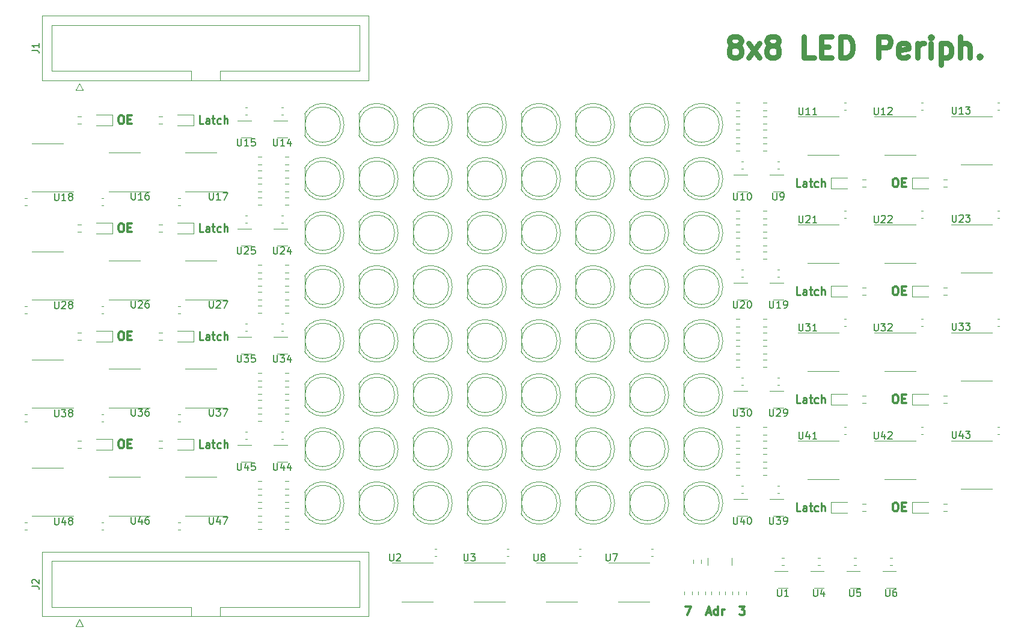
<source format=gbr>
%TF.GenerationSoftware,KiCad,Pcbnew,(5.1.9)-1*%
%TF.CreationDate,2021-05-31T11:41:51+02:00*%
%TF.ProjectId,periph_8x8leds,70657269-7068-45f3-9878-386c6564732e,v1_0*%
%TF.SameCoordinates,Original*%
%TF.FileFunction,Legend,Top*%
%TF.FilePolarity,Positive*%
%FSLAX46Y46*%
G04 Gerber Fmt 4.6, Leading zero omitted, Abs format (unit mm)*
G04 Created by KiCad (PCBNEW (5.1.9)-1) date 2021-05-31 11:41:51*
%MOMM*%
%LPD*%
G01*
G04 APERTURE LIST*
%ADD10C,0.275000*%
%ADD11C,0.300000*%
%ADD12C,0.750000*%
%ADD13C,0.120000*%
%ADD14C,0.150000*%
G04 APERTURE END LIST*
D10*
X521299583Y-64677857D02*
X520775773Y-64677857D01*
X520775773Y-63477857D01*
X522137678Y-64677857D02*
X522137678Y-64049285D01*
X522085297Y-63935000D01*
X521980535Y-63877857D01*
X521771011Y-63877857D01*
X521666250Y-63935000D01*
X522137678Y-64620714D02*
X522032916Y-64677857D01*
X521771011Y-64677857D01*
X521666250Y-64620714D01*
X521613869Y-64506428D01*
X521613869Y-64392142D01*
X521666250Y-64277857D01*
X521771011Y-64220714D01*
X522032916Y-64220714D01*
X522137678Y-64163571D01*
X522504345Y-63877857D02*
X522923392Y-63877857D01*
X522661488Y-63477857D02*
X522661488Y-64506428D01*
X522713869Y-64620714D01*
X522818630Y-64677857D01*
X522923392Y-64677857D01*
X523761488Y-64620714D02*
X523656726Y-64677857D01*
X523447202Y-64677857D01*
X523342440Y-64620714D01*
X523290059Y-64563571D01*
X523237678Y-64449285D01*
X523237678Y-64106428D01*
X523290059Y-63992142D01*
X523342440Y-63935000D01*
X523447202Y-63877857D01*
X523656726Y-63877857D01*
X523761488Y-63935000D01*
X524232916Y-64677857D02*
X524232916Y-63477857D01*
X524704345Y-64677857D02*
X524704345Y-64049285D01*
X524651964Y-63935000D01*
X524547202Y-63877857D01*
X524390059Y-63877857D01*
X524285297Y-63935000D01*
X524232916Y-63992142D01*
D11*
X534551428Y-63477857D02*
X534780000Y-63477857D01*
X534894285Y-63535000D01*
X535008571Y-63649285D01*
X535065714Y-63877857D01*
X535065714Y-64277857D01*
X535008571Y-64506428D01*
X534894285Y-64620714D01*
X534780000Y-64677857D01*
X534551428Y-64677857D01*
X534437142Y-64620714D01*
X534322857Y-64506428D01*
X534265714Y-64277857D01*
X534265714Y-63877857D01*
X534322857Y-63649285D01*
X534437142Y-63535000D01*
X534551428Y-63477857D01*
X535580000Y-64049285D02*
X535980000Y-64049285D01*
X536151428Y-64677857D02*
X535580000Y-64677857D01*
X535580000Y-63477857D01*
X536151428Y-63477857D01*
D10*
X521299583Y-49437857D02*
X520775773Y-49437857D01*
X520775773Y-48237857D01*
X522137678Y-49437857D02*
X522137678Y-48809285D01*
X522085297Y-48695000D01*
X521980535Y-48637857D01*
X521771011Y-48637857D01*
X521666250Y-48695000D01*
X522137678Y-49380714D02*
X522032916Y-49437857D01*
X521771011Y-49437857D01*
X521666250Y-49380714D01*
X521613869Y-49266428D01*
X521613869Y-49152142D01*
X521666250Y-49037857D01*
X521771011Y-48980714D01*
X522032916Y-48980714D01*
X522137678Y-48923571D01*
X522504345Y-48637857D02*
X522923392Y-48637857D01*
X522661488Y-48237857D02*
X522661488Y-49266428D01*
X522713869Y-49380714D01*
X522818630Y-49437857D01*
X522923392Y-49437857D01*
X523761488Y-49380714D02*
X523656726Y-49437857D01*
X523447202Y-49437857D01*
X523342440Y-49380714D01*
X523290059Y-49323571D01*
X523237678Y-49209285D01*
X523237678Y-48866428D01*
X523290059Y-48752142D01*
X523342440Y-48695000D01*
X523447202Y-48637857D01*
X523656726Y-48637857D01*
X523761488Y-48695000D01*
X524232916Y-49437857D02*
X524232916Y-48237857D01*
X524704345Y-49437857D02*
X524704345Y-48809285D01*
X524651964Y-48695000D01*
X524547202Y-48637857D01*
X524390059Y-48637857D01*
X524285297Y-48695000D01*
X524232916Y-48752142D01*
D11*
X534551428Y-48237857D02*
X534780000Y-48237857D01*
X534894285Y-48295000D01*
X535008571Y-48409285D01*
X535065714Y-48637857D01*
X535065714Y-49037857D01*
X535008571Y-49266428D01*
X534894285Y-49380714D01*
X534780000Y-49437857D01*
X534551428Y-49437857D01*
X534437142Y-49380714D01*
X534322857Y-49266428D01*
X534265714Y-49037857D01*
X534265714Y-48637857D01*
X534322857Y-48409285D01*
X534437142Y-48295000D01*
X534551428Y-48237857D01*
X535580000Y-48809285D02*
X535980000Y-48809285D01*
X536151428Y-49437857D02*
X535580000Y-49437857D01*
X535580000Y-48237857D01*
X536151428Y-48237857D01*
D10*
X521299583Y-34197857D02*
X520775773Y-34197857D01*
X520775773Y-32997857D01*
X522137678Y-34197857D02*
X522137678Y-33569285D01*
X522085297Y-33455000D01*
X521980535Y-33397857D01*
X521771011Y-33397857D01*
X521666250Y-33455000D01*
X522137678Y-34140714D02*
X522032916Y-34197857D01*
X521771011Y-34197857D01*
X521666250Y-34140714D01*
X521613869Y-34026428D01*
X521613869Y-33912142D01*
X521666250Y-33797857D01*
X521771011Y-33740714D01*
X522032916Y-33740714D01*
X522137678Y-33683571D01*
X522504345Y-33397857D02*
X522923392Y-33397857D01*
X522661488Y-32997857D02*
X522661488Y-34026428D01*
X522713869Y-34140714D01*
X522818630Y-34197857D01*
X522923392Y-34197857D01*
X523761488Y-34140714D02*
X523656726Y-34197857D01*
X523447202Y-34197857D01*
X523342440Y-34140714D01*
X523290059Y-34083571D01*
X523237678Y-33969285D01*
X523237678Y-33626428D01*
X523290059Y-33512142D01*
X523342440Y-33455000D01*
X523447202Y-33397857D01*
X523656726Y-33397857D01*
X523761488Y-33455000D01*
X524232916Y-34197857D02*
X524232916Y-32997857D01*
X524704345Y-34197857D02*
X524704345Y-33569285D01*
X524651964Y-33455000D01*
X524547202Y-33397857D01*
X524390059Y-33397857D01*
X524285297Y-33455000D01*
X524232916Y-33512142D01*
D11*
X534551428Y-32997857D02*
X534780000Y-32997857D01*
X534894285Y-33055000D01*
X535008571Y-33169285D01*
X535065714Y-33397857D01*
X535065714Y-33797857D01*
X535008571Y-34026428D01*
X534894285Y-34140714D01*
X534780000Y-34197857D01*
X534551428Y-34197857D01*
X534437142Y-34140714D01*
X534322857Y-34026428D01*
X534265714Y-33797857D01*
X534265714Y-33397857D01*
X534322857Y-33169285D01*
X534437142Y-33055000D01*
X534551428Y-32997857D01*
X535580000Y-33569285D02*
X535980000Y-33569285D01*
X536151428Y-34197857D02*
X535580000Y-34197857D01*
X535580000Y-32997857D01*
X536151428Y-32997857D01*
X534551428Y-17757857D02*
X534780000Y-17757857D01*
X534894285Y-17815000D01*
X535008571Y-17929285D01*
X535065714Y-18157857D01*
X535065714Y-18557857D01*
X535008571Y-18786428D01*
X534894285Y-18900714D01*
X534780000Y-18957857D01*
X534551428Y-18957857D01*
X534437142Y-18900714D01*
X534322857Y-18786428D01*
X534265714Y-18557857D01*
X534265714Y-18157857D01*
X534322857Y-17929285D01*
X534437142Y-17815000D01*
X534551428Y-17757857D01*
X535580000Y-18329285D02*
X535980000Y-18329285D01*
X536151428Y-18957857D02*
X535580000Y-18957857D01*
X535580000Y-17757857D01*
X536151428Y-17757857D01*
D10*
X521299583Y-18957857D02*
X520775773Y-18957857D01*
X520775773Y-17757857D01*
X522137678Y-18957857D02*
X522137678Y-18329285D01*
X522085297Y-18215000D01*
X521980535Y-18157857D01*
X521771011Y-18157857D01*
X521666250Y-18215000D01*
X522137678Y-18900714D02*
X522032916Y-18957857D01*
X521771011Y-18957857D01*
X521666250Y-18900714D01*
X521613869Y-18786428D01*
X521613869Y-18672142D01*
X521666250Y-18557857D01*
X521771011Y-18500714D01*
X522032916Y-18500714D01*
X522137678Y-18443571D01*
X522504345Y-18157857D02*
X522923392Y-18157857D01*
X522661488Y-17757857D02*
X522661488Y-18786428D01*
X522713869Y-18900714D01*
X522818630Y-18957857D01*
X522923392Y-18957857D01*
X523761488Y-18900714D02*
X523656726Y-18957857D01*
X523447202Y-18957857D01*
X523342440Y-18900714D01*
X523290059Y-18843571D01*
X523237678Y-18729285D01*
X523237678Y-18386428D01*
X523290059Y-18272142D01*
X523342440Y-18215000D01*
X523447202Y-18157857D01*
X523656726Y-18157857D01*
X523761488Y-18215000D01*
X524232916Y-18957857D02*
X524232916Y-17757857D01*
X524704345Y-18957857D02*
X524704345Y-18329285D01*
X524651964Y-18215000D01*
X524547202Y-18157857D01*
X524390059Y-18157857D01*
X524285297Y-18215000D01*
X524232916Y-18272142D01*
D11*
X425524285Y-8867857D02*
X425752857Y-8867857D01*
X425867142Y-8925000D01*
X425981428Y-9039285D01*
X426038571Y-9267857D01*
X426038571Y-9667857D01*
X425981428Y-9896428D01*
X425867142Y-10010714D01*
X425752857Y-10067857D01*
X425524285Y-10067857D01*
X425410000Y-10010714D01*
X425295714Y-9896428D01*
X425238571Y-9667857D01*
X425238571Y-9267857D01*
X425295714Y-9039285D01*
X425410000Y-8925000D01*
X425524285Y-8867857D01*
X426552857Y-9439285D02*
X426952857Y-9439285D01*
X427124285Y-10067857D02*
X426552857Y-10067857D01*
X426552857Y-8867857D01*
X427124285Y-8867857D01*
D10*
X437209464Y-10067857D02*
X436685654Y-10067857D01*
X436685654Y-8867857D01*
X438047559Y-10067857D02*
X438047559Y-9439285D01*
X437995178Y-9325000D01*
X437890416Y-9267857D01*
X437680892Y-9267857D01*
X437576130Y-9325000D01*
X438047559Y-10010714D02*
X437942797Y-10067857D01*
X437680892Y-10067857D01*
X437576130Y-10010714D01*
X437523750Y-9896428D01*
X437523750Y-9782142D01*
X437576130Y-9667857D01*
X437680892Y-9610714D01*
X437942797Y-9610714D01*
X438047559Y-9553571D01*
X438414226Y-9267857D02*
X438833273Y-9267857D01*
X438571369Y-8867857D02*
X438571369Y-9896428D01*
X438623750Y-10010714D01*
X438728511Y-10067857D01*
X438833273Y-10067857D01*
X439671369Y-10010714D02*
X439566607Y-10067857D01*
X439357083Y-10067857D01*
X439252321Y-10010714D01*
X439199940Y-9953571D01*
X439147559Y-9839285D01*
X439147559Y-9496428D01*
X439199940Y-9382142D01*
X439252321Y-9325000D01*
X439357083Y-9267857D01*
X439566607Y-9267857D01*
X439671369Y-9325000D01*
X440142797Y-10067857D02*
X440142797Y-8867857D01*
X440614226Y-10067857D02*
X440614226Y-9439285D01*
X440561845Y-9325000D01*
X440457083Y-9267857D01*
X440299940Y-9267857D01*
X440195178Y-9325000D01*
X440142797Y-9382142D01*
X437209464Y-55787857D02*
X436685654Y-55787857D01*
X436685654Y-54587857D01*
X438047559Y-55787857D02*
X438047559Y-55159285D01*
X437995178Y-55045000D01*
X437890416Y-54987857D01*
X437680892Y-54987857D01*
X437576130Y-55045000D01*
X438047559Y-55730714D02*
X437942797Y-55787857D01*
X437680892Y-55787857D01*
X437576130Y-55730714D01*
X437523750Y-55616428D01*
X437523750Y-55502142D01*
X437576130Y-55387857D01*
X437680892Y-55330714D01*
X437942797Y-55330714D01*
X438047559Y-55273571D01*
X438414226Y-54987857D02*
X438833273Y-54987857D01*
X438571369Y-54587857D02*
X438571369Y-55616428D01*
X438623750Y-55730714D01*
X438728511Y-55787857D01*
X438833273Y-55787857D01*
X439671369Y-55730714D02*
X439566607Y-55787857D01*
X439357083Y-55787857D01*
X439252321Y-55730714D01*
X439199940Y-55673571D01*
X439147559Y-55559285D01*
X439147559Y-55216428D01*
X439199940Y-55102142D01*
X439252321Y-55045000D01*
X439357083Y-54987857D01*
X439566607Y-54987857D01*
X439671369Y-55045000D01*
X440142797Y-55787857D02*
X440142797Y-54587857D01*
X440614226Y-55787857D02*
X440614226Y-55159285D01*
X440561845Y-55045000D01*
X440457083Y-54987857D01*
X440299940Y-54987857D01*
X440195178Y-55045000D01*
X440142797Y-55102142D01*
D11*
X425524285Y-54587857D02*
X425752857Y-54587857D01*
X425867142Y-54645000D01*
X425981428Y-54759285D01*
X426038571Y-54987857D01*
X426038571Y-55387857D01*
X425981428Y-55616428D01*
X425867142Y-55730714D01*
X425752857Y-55787857D01*
X425524285Y-55787857D01*
X425410000Y-55730714D01*
X425295714Y-55616428D01*
X425238571Y-55387857D01*
X425238571Y-54987857D01*
X425295714Y-54759285D01*
X425410000Y-54645000D01*
X425524285Y-54587857D01*
X426552857Y-55159285D02*
X426952857Y-55159285D01*
X427124285Y-55787857D02*
X426552857Y-55787857D01*
X426552857Y-54587857D01*
X427124285Y-54587857D01*
D10*
X437209464Y-40547857D02*
X436685654Y-40547857D01*
X436685654Y-39347857D01*
X438047559Y-40547857D02*
X438047559Y-39919285D01*
X437995178Y-39805000D01*
X437890416Y-39747857D01*
X437680892Y-39747857D01*
X437576130Y-39805000D01*
X438047559Y-40490714D02*
X437942797Y-40547857D01*
X437680892Y-40547857D01*
X437576130Y-40490714D01*
X437523750Y-40376428D01*
X437523750Y-40262142D01*
X437576130Y-40147857D01*
X437680892Y-40090714D01*
X437942797Y-40090714D01*
X438047559Y-40033571D01*
X438414226Y-39747857D02*
X438833273Y-39747857D01*
X438571369Y-39347857D02*
X438571369Y-40376428D01*
X438623750Y-40490714D01*
X438728511Y-40547857D01*
X438833273Y-40547857D01*
X439671369Y-40490714D02*
X439566607Y-40547857D01*
X439357083Y-40547857D01*
X439252321Y-40490714D01*
X439199940Y-40433571D01*
X439147559Y-40319285D01*
X439147559Y-39976428D01*
X439199940Y-39862142D01*
X439252321Y-39805000D01*
X439357083Y-39747857D01*
X439566607Y-39747857D01*
X439671369Y-39805000D01*
X440142797Y-40547857D02*
X440142797Y-39347857D01*
X440614226Y-40547857D02*
X440614226Y-39919285D01*
X440561845Y-39805000D01*
X440457083Y-39747857D01*
X440299940Y-39747857D01*
X440195178Y-39805000D01*
X440142797Y-39862142D01*
D11*
X425524285Y-39347857D02*
X425752857Y-39347857D01*
X425867142Y-39405000D01*
X425981428Y-39519285D01*
X426038571Y-39747857D01*
X426038571Y-40147857D01*
X425981428Y-40376428D01*
X425867142Y-40490714D01*
X425752857Y-40547857D01*
X425524285Y-40547857D01*
X425410000Y-40490714D01*
X425295714Y-40376428D01*
X425238571Y-40147857D01*
X425238571Y-39747857D01*
X425295714Y-39519285D01*
X425410000Y-39405000D01*
X425524285Y-39347857D01*
X426552857Y-39919285D02*
X426952857Y-39919285D01*
X427124285Y-40547857D02*
X426552857Y-40547857D01*
X426552857Y-39347857D01*
X427124285Y-39347857D01*
D10*
X437209464Y-25307857D02*
X436685654Y-25307857D01*
X436685654Y-24107857D01*
X438047559Y-25307857D02*
X438047559Y-24679285D01*
X437995178Y-24565000D01*
X437890416Y-24507857D01*
X437680892Y-24507857D01*
X437576130Y-24565000D01*
X438047559Y-25250714D02*
X437942797Y-25307857D01*
X437680892Y-25307857D01*
X437576130Y-25250714D01*
X437523750Y-25136428D01*
X437523750Y-25022142D01*
X437576130Y-24907857D01*
X437680892Y-24850714D01*
X437942797Y-24850714D01*
X438047559Y-24793571D01*
X438414226Y-24507857D02*
X438833273Y-24507857D01*
X438571369Y-24107857D02*
X438571369Y-25136428D01*
X438623750Y-25250714D01*
X438728511Y-25307857D01*
X438833273Y-25307857D01*
X439671369Y-25250714D02*
X439566607Y-25307857D01*
X439357083Y-25307857D01*
X439252321Y-25250714D01*
X439199940Y-25193571D01*
X439147559Y-25079285D01*
X439147559Y-24736428D01*
X439199940Y-24622142D01*
X439252321Y-24565000D01*
X439357083Y-24507857D01*
X439566607Y-24507857D01*
X439671369Y-24565000D01*
X440142797Y-25307857D02*
X440142797Y-24107857D01*
X440614226Y-25307857D02*
X440614226Y-24679285D01*
X440561845Y-24565000D01*
X440457083Y-24507857D01*
X440299940Y-24507857D01*
X440195178Y-24565000D01*
X440142797Y-24622142D01*
D11*
X425524285Y-24107857D02*
X425752857Y-24107857D01*
X425867142Y-24165000D01*
X425981428Y-24279285D01*
X426038571Y-24507857D01*
X426038571Y-24907857D01*
X425981428Y-25136428D01*
X425867142Y-25250714D01*
X425752857Y-25307857D01*
X425524285Y-25307857D01*
X425410000Y-25250714D01*
X425295714Y-25136428D01*
X425238571Y-24907857D01*
X425238571Y-24507857D01*
X425295714Y-24279285D01*
X425410000Y-24165000D01*
X425524285Y-24107857D01*
X426552857Y-24679285D02*
X426952857Y-24679285D01*
X427124285Y-25307857D02*
X426552857Y-25307857D01*
X426552857Y-24107857D01*
X427124285Y-24107857D01*
X505060000Y-78082857D02*
X505860000Y-78082857D01*
X505345714Y-79282857D01*
X512680000Y-78082857D02*
X513422857Y-78082857D01*
X513022857Y-78540000D01*
X513194285Y-78540000D01*
X513308571Y-78597142D01*
X513365714Y-78654285D01*
X513422857Y-78768571D01*
X513422857Y-79054285D01*
X513365714Y-79168571D01*
X513308571Y-79225714D01*
X513194285Y-79282857D01*
X512851428Y-79282857D01*
X512737142Y-79225714D01*
X512680000Y-79168571D01*
X508070000Y-78940000D02*
X508641428Y-78940000D01*
X507955714Y-79282857D02*
X508355714Y-78082857D01*
X508755714Y-79282857D01*
X509670000Y-79282857D02*
X509670000Y-78082857D01*
X509670000Y-79225714D02*
X509555714Y-79282857D01*
X509327142Y-79282857D01*
X509212857Y-79225714D01*
X509155714Y-79168571D01*
X509098571Y-79054285D01*
X509098571Y-78711428D01*
X509155714Y-78597142D01*
X509212857Y-78540000D01*
X509327142Y-78482857D01*
X509555714Y-78482857D01*
X509670000Y-78540000D01*
X510241428Y-79282857D02*
X510241428Y-78482857D01*
X510241428Y-78711428D02*
X510298571Y-78597142D01*
X510355714Y-78540000D01*
X510470000Y-78482857D01*
X510584285Y-78482857D01*
D12*
X511812142Y992142D02*
X511526428Y1135000D01*
X511383571Y1277857D01*
X511240714Y1563571D01*
X511240714Y1706428D01*
X511383571Y1992142D01*
X511526428Y2135000D01*
X511812142Y2277857D01*
X512383571Y2277857D01*
X512669285Y2135000D01*
X512812142Y1992142D01*
X512955000Y1706428D01*
X512955000Y1563571D01*
X512812142Y1277857D01*
X512669285Y1135000D01*
X512383571Y992142D01*
X511812142Y992142D01*
X511526428Y849285D01*
X511383571Y706428D01*
X511240714Y420714D01*
X511240714Y-150714D01*
X511383571Y-436428D01*
X511526428Y-579285D01*
X511812142Y-722142D01*
X512383571Y-722142D01*
X512669285Y-579285D01*
X512812142Y-436428D01*
X512955000Y-150714D01*
X512955000Y420714D01*
X512812142Y706428D01*
X512669285Y849285D01*
X512383571Y992142D01*
X513955000Y-722142D02*
X515526428Y1277857D01*
X513955000Y1277857D02*
X515526428Y-722142D01*
X517097857Y992142D02*
X516812142Y1135000D01*
X516669285Y1277857D01*
X516526428Y1563571D01*
X516526428Y1706428D01*
X516669285Y1992142D01*
X516812142Y2135000D01*
X517097857Y2277857D01*
X517669285Y2277857D01*
X517955000Y2135000D01*
X518097857Y1992142D01*
X518240714Y1706428D01*
X518240714Y1563571D01*
X518097857Y1277857D01*
X517955000Y1135000D01*
X517669285Y992142D01*
X517097857Y992142D01*
X516812142Y849285D01*
X516669285Y706428D01*
X516526428Y420714D01*
X516526428Y-150714D01*
X516669285Y-436428D01*
X516812142Y-579285D01*
X517097857Y-722142D01*
X517669285Y-722142D01*
X517955000Y-579285D01*
X518097857Y-436428D01*
X518240714Y-150714D01*
X518240714Y420714D01*
X518097857Y706428D01*
X517955000Y849285D01*
X517669285Y992142D01*
X523240714Y-722142D02*
X521812142Y-722142D01*
X521812142Y2277857D01*
X524240714Y849285D02*
X525240714Y849285D01*
X525669285Y-722142D02*
X524240714Y-722142D01*
X524240714Y2277857D01*
X525669285Y2277857D01*
X526955000Y-722142D02*
X526955000Y2277857D01*
X527669285Y2277857D01*
X528097857Y2135000D01*
X528383571Y1849285D01*
X528526428Y1563571D01*
X528669285Y992142D01*
X528669285Y563571D01*
X528526428Y-7857D01*
X528383571Y-293571D01*
X528097857Y-579285D01*
X527669285Y-722142D01*
X526955000Y-722142D01*
X532240714Y-722142D02*
X532240714Y2277857D01*
X533383571Y2277857D01*
X533669285Y2135000D01*
X533812142Y1992142D01*
X533955000Y1706428D01*
X533955000Y1277857D01*
X533812142Y992142D01*
X533669285Y849285D01*
X533383571Y706428D01*
X532240714Y706428D01*
X536383571Y-579285D02*
X536097857Y-722142D01*
X535526428Y-722142D01*
X535240714Y-579285D01*
X535097857Y-293571D01*
X535097857Y849285D01*
X535240714Y1135000D01*
X535526428Y1277857D01*
X536097857Y1277857D01*
X536383571Y1135000D01*
X536526428Y849285D01*
X536526428Y563571D01*
X535097857Y277857D01*
X537812142Y-722142D02*
X537812142Y1277857D01*
X537812142Y706428D02*
X537955000Y992142D01*
X538097857Y1135000D01*
X538383571Y1277857D01*
X538669285Y1277857D01*
X539669285Y-722142D02*
X539669285Y1277857D01*
X539669285Y2277857D02*
X539526428Y2135000D01*
X539669285Y1992142D01*
X539812142Y2135000D01*
X539669285Y2277857D01*
X539669285Y1992142D01*
X541097857Y1277857D02*
X541097857Y-1722142D01*
X541097857Y1135000D02*
X541383571Y1277857D01*
X541955000Y1277857D01*
X542240714Y1135000D01*
X542383571Y992142D01*
X542526428Y706428D01*
X542526428Y-150714D01*
X542383571Y-436428D01*
X542240714Y-579285D01*
X541955000Y-722142D01*
X541383571Y-722142D01*
X541097857Y-579285D01*
X543812142Y-722142D02*
X543812142Y2277857D01*
X545097857Y-722142D02*
X545097857Y849285D01*
X544955000Y1135000D01*
X544669285Y1277857D01*
X544240714Y1277857D01*
X543955000Y1135000D01*
X543812142Y992142D01*
X546526428Y-436428D02*
X546669285Y-579285D01*
X546526428Y-722142D01*
X546383571Y-579285D01*
X546526428Y-436428D01*
X546526428Y-722142D01*
D13*
%TO.C,D27*%
X502245000Y-25400000D02*
G75*
G03*
X502245000Y-25400000I-2500000J0D01*
G01*
X497185000Y-23855000D02*
X497185000Y-26945000D01*
X502735000Y-25399538D02*
G75*
G02*
X497185000Y-26944830I-2990000J-462D01*
G01*
X502735000Y-25400462D02*
G75*
G03*
X497185000Y-23855170I-2990000J462D01*
G01*
%TO.C,D78*%
X487005000Y-63500000D02*
G75*
G03*
X487005000Y-63500000I-2500000J0D01*
G01*
X481945000Y-61955000D02*
X481945000Y-65045000D01*
X487495000Y-63499538D02*
G75*
G02*
X481945000Y-65044830I-2990000J-462D01*
G01*
X487495000Y-63500462D02*
G75*
G03*
X481945000Y-61955170I-2990000J462D01*
G01*
%TO.C,C13*%
X549041920Y-8060000D02*
X549323080Y-8060000D01*
X549041920Y-7040000D02*
X549323080Y-7040000D01*
%TO.C,U33*%
X546100000Y-46245000D02*
X548300000Y-46245000D01*
X546100000Y-46245000D02*
X543900000Y-46245000D01*
X546100000Y-39475000D02*
X548300000Y-39475000D01*
X546100000Y-39475000D02*
X542500000Y-39475000D01*
%TO.C,R21*%
X445372258Y-16622500D02*
X444897742Y-16622500D01*
X445372258Y-17667500D02*
X444897742Y-17667500D01*
%TO.C,U48*%
X415290000Y-58530000D02*
X413090000Y-58530000D01*
X415290000Y-58530000D02*
X417490000Y-58530000D01*
X415290000Y-65300000D02*
X413090000Y-65300000D01*
X415290000Y-65300000D02*
X418890000Y-65300000D01*
%TO.C,U47*%
X436880000Y-59830000D02*
X434680000Y-59830000D01*
X436880000Y-59830000D02*
X439080000Y-59830000D01*
X436880000Y-65300000D02*
X434680000Y-65300000D01*
X436880000Y-65300000D02*
X440480000Y-65300000D01*
%TO.C,U46*%
X426085000Y-59830000D02*
X423885000Y-59830000D01*
X426085000Y-59830000D02*
X428285000Y-59830000D01*
X426085000Y-65300000D02*
X423885000Y-65300000D01*
X426085000Y-65300000D02*
X429685000Y-65300000D01*
%TO.C,U45*%
X443930000Y-55355000D02*
X442030000Y-55355000D01*
X442530000Y-57675000D02*
X443930000Y-57675000D01*
%TO.C,U44*%
X449010000Y-55355000D02*
X447110000Y-55355000D01*
X447610000Y-57675000D02*
X449010000Y-57675000D01*
%TO.C,U43*%
X546100000Y-61485000D02*
X548300000Y-61485000D01*
X546100000Y-61485000D02*
X543900000Y-61485000D01*
X546100000Y-54715000D02*
X548300000Y-54715000D01*
X546100000Y-54715000D02*
X542500000Y-54715000D01*
%TO.C,U42*%
X535305000Y-60185000D02*
X537505000Y-60185000D01*
X535305000Y-60185000D02*
X533105000Y-60185000D01*
X535305000Y-54715000D02*
X537505000Y-54715000D01*
X535305000Y-54715000D02*
X531705000Y-54715000D01*
%TO.C,U41*%
X524510000Y-60185000D02*
X526710000Y-60185000D01*
X524510000Y-60185000D02*
X522310000Y-60185000D01*
X524510000Y-54715000D02*
X526710000Y-54715000D01*
X524510000Y-54715000D02*
X520910000Y-54715000D01*
%TO.C,U40*%
X513780000Y-62975000D02*
X511880000Y-62975000D01*
X512380000Y-65295000D02*
X513780000Y-65295000D01*
%TO.C,U39*%
X518860000Y-62975000D02*
X516960000Y-62975000D01*
X517460000Y-65295000D02*
X518860000Y-65295000D01*
%TO.C,U38*%
X415290000Y-43290000D02*
X413090000Y-43290000D01*
X415290000Y-43290000D02*
X417490000Y-43290000D01*
X415290000Y-50060000D02*
X413090000Y-50060000D01*
X415290000Y-50060000D02*
X418890000Y-50060000D01*
%TO.C,U37*%
X436880000Y-44590000D02*
X434680000Y-44590000D01*
X436880000Y-44590000D02*
X439080000Y-44590000D01*
X436880000Y-50060000D02*
X434680000Y-50060000D01*
X436880000Y-50060000D02*
X440480000Y-50060000D01*
%TO.C,U36*%
X426085000Y-44590000D02*
X423885000Y-44590000D01*
X426085000Y-44590000D02*
X428285000Y-44590000D01*
X426085000Y-50060000D02*
X423885000Y-50060000D01*
X426085000Y-50060000D02*
X429685000Y-50060000D01*
%TO.C,U35*%
X443930000Y-40115000D02*
X442030000Y-40115000D01*
X442530000Y-42435000D02*
X443930000Y-42435000D01*
%TO.C,U34*%
X449010000Y-40115000D02*
X447110000Y-40115000D01*
X447610000Y-42435000D02*
X449010000Y-42435000D01*
%TO.C,U32*%
X535305000Y-44945000D02*
X537505000Y-44945000D01*
X535305000Y-44945000D02*
X533105000Y-44945000D01*
X535305000Y-39475000D02*
X537505000Y-39475000D01*
X535305000Y-39475000D02*
X531705000Y-39475000D01*
%TO.C,U31*%
X524510000Y-44945000D02*
X526710000Y-44945000D01*
X524510000Y-44945000D02*
X522310000Y-44945000D01*
X524510000Y-39475000D02*
X526710000Y-39475000D01*
X524510000Y-39475000D02*
X520910000Y-39475000D01*
%TO.C,U30*%
X513780000Y-47735000D02*
X511880000Y-47735000D01*
X512380000Y-50055000D02*
X513780000Y-50055000D01*
%TO.C,U29*%
X518860000Y-47735000D02*
X516960000Y-47735000D01*
X517460000Y-50055000D02*
X518860000Y-50055000D01*
%TO.C,U28*%
X415290000Y-28050000D02*
X413090000Y-28050000D01*
X415290000Y-28050000D02*
X417490000Y-28050000D01*
X415290000Y-34820000D02*
X413090000Y-34820000D01*
X415290000Y-34820000D02*
X418890000Y-34820000D01*
%TO.C,U27*%
X436880000Y-29350000D02*
X434680000Y-29350000D01*
X436880000Y-29350000D02*
X439080000Y-29350000D01*
X436880000Y-34820000D02*
X434680000Y-34820000D01*
X436880000Y-34820000D02*
X440480000Y-34820000D01*
%TO.C,U26*%
X426085000Y-29350000D02*
X423885000Y-29350000D01*
X426085000Y-29350000D02*
X428285000Y-29350000D01*
X426085000Y-34820000D02*
X423885000Y-34820000D01*
X426085000Y-34820000D02*
X429685000Y-34820000D01*
%TO.C,U25*%
X443930000Y-24875000D02*
X442030000Y-24875000D01*
X442530000Y-27195000D02*
X443930000Y-27195000D01*
%TO.C,U24*%
X449010000Y-24875000D02*
X447110000Y-24875000D01*
X447610000Y-27195000D02*
X449010000Y-27195000D01*
%TO.C,U23*%
X546100000Y-31005000D02*
X548300000Y-31005000D01*
X546100000Y-31005000D02*
X543900000Y-31005000D01*
X546100000Y-24235000D02*
X548300000Y-24235000D01*
X546100000Y-24235000D02*
X542500000Y-24235000D01*
%TO.C,U22*%
X535305000Y-29705000D02*
X537505000Y-29705000D01*
X535305000Y-29705000D02*
X533105000Y-29705000D01*
X535305000Y-24235000D02*
X537505000Y-24235000D01*
X535305000Y-24235000D02*
X531705000Y-24235000D01*
%TO.C,U21*%
X524510000Y-29705000D02*
X526710000Y-29705000D01*
X524510000Y-29705000D02*
X522310000Y-29705000D01*
X524510000Y-24235000D02*
X526710000Y-24235000D01*
X524510000Y-24235000D02*
X520910000Y-24235000D01*
%TO.C,U20*%
X513780000Y-32495000D02*
X511880000Y-32495000D01*
X512380000Y-34815000D02*
X513780000Y-34815000D01*
%TO.C,U19*%
X518860000Y-32495000D02*
X516960000Y-32495000D01*
X517460000Y-34815000D02*
X518860000Y-34815000D01*
%TO.C,U18*%
X415290000Y-12810000D02*
X413090000Y-12810000D01*
X415290000Y-12810000D02*
X417490000Y-12810000D01*
X415290000Y-19580000D02*
X413090000Y-19580000D01*
X415290000Y-19580000D02*
X418890000Y-19580000D01*
%TO.C,U17*%
X436880000Y-14110000D02*
X434680000Y-14110000D01*
X436880000Y-14110000D02*
X439080000Y-14110000D01*
X436880000Y-19580000D02*
X434680000Y-19580000D01*
X436880000Y-19580000D02*
X440480000Y-19580000D01*
%TO.C,U16*%
X426085000Y-14110000D02*
X423885000Y-14110000D01*
X426085000Y-14110000D02*
X428285000Y-14110000D01*
X426085000Y-19580000D02*
X423885000Y-19580000D01*
X426085000Y-19580000D02*
X429685000Y-19580000D01*
%TO.C,U15*%
X443930000Y-9635000D02*
X442030000Y-9635000D01*
X442530000Y-11955000D02*
X443930000Y-11955000D01*
%TO.C,U14*%
X449010000Y-9635000D02*
X447110000Y-9635000D01*
X447610000Y-11955000D02*
X449010000Y-11955000D01*
%TO.C,U13*%
X546100000Y-15765000D02*
X548300000Y-15765000D01*
X546100000Y-15765000D02*
X543900000Y-15765000D01*
X546100000Y-8995000D02*
X548300000Y-8995000D01*
X546100000Y-8995000D02*
X542500000Y-8995000D01*
%TO.C,U12*%
X535305000Y-14465000D02*
X537505000Y-14465000D01*
X535305000Y-14465000D02*
X533105000Y-14465000D01*
X535305000Y-8995000D02*
X537505000Y-8995000D01*
X535305000Y-8995000D02*
X531705000Y-8995000D01*
%TO.C,U11*%
X524510000Y-14465000D02*
X526710000Y-14465000D01*
X524510000Y-14465000D02*
X522310000Y-14465000D01*
X524510000Y-8995000D02*
X526710000Y-8995000D01*
X524510000Y-8995000D02*
X520910000Y-8995000D01*
%TO.C,U10*%
X513780000Y-17255000D02*
X511880000Y-17255000D01*
X512380000Y-19575000D02*
X513780000Y-19575000D01*
%TO.C,U9*%
X518860000Y-17255000D02*
X516960000Y-17255000D01*
X517460000Y-19575000D02*
X518860000Y-19575000D01*
%TO.C,U8*%
X487680000Y-77400000D02*
X489880000Y-77400000D01*
X487680000Y-77400000D02*
X485480000Y-77400000D01*
X487680000Y-71930000D02*
X489880000Y-71930000D01*
X487680000Y-71930000D02*
X484080000Y-71930000D01*
%TO.C,U7*%
X497840000Y-77400000D02*
X500040000Y-77400000D01*
X497840000Y-77400000D02*
X495640000Y-77400000D01*
X497840000Y-71930000D02*
X500040000Y-71930000D01*
X497840000Y-71930000D02*
X494240000Y-71930000D01*
%TO.C,U6*%
X534735000Y-73135000D02*
X532835000Y-73135000D01*
X533335000Y-75455000D02*
X534735000Y-75455000D01*
%TO.C,U5*%
X529655000Y-73135000D02*
X527755000Y-73135000D01*
X528255000Y-75455000D02*
X529655000Y-75455000D01*
%TO.C,U4*%
X524575000Y-73135000D02*
X522675000Y-73135000D01*
X523175000Y-75455000D02*
X524575000Y-75455000D01*
%TO.C,U3*%
X477520000Y-77400000D02*
X479720000Y-77400000D01*
X477520000Y-77400000D02*
X475320000Y-77400000D01*
X477520000Y-71930000D02*
X479720000Y-71930000D01*
X477520000Y-71930000D02*
X473920000Y-71930000D01*
%TO.C,U2*%
X467360000Y-77400000D02*
X469560000Y-77400000D01*
X467360000Y-77400000D02*
X465160000Y-77400000D01*
X467360000Y-71930000D02*
X469560000Y-71930000D01*
X467360000Y-71930000D02*
X463760000Y-71930000D01*
%TO.C,U1*%
X519495000Y-73135000D02*
X517595000Y-73135000D01*
X518095000Y-75455000D02*
X519495000Y-75455000D01*
%TO.C,RN1*%
X508225000Y-71255000D02*
X508225000Y-72255000D01*
X511585000Y-71255000D02*
X511585000Y-72255000D01*
%TO.C,R86*%
X449182258Y-64247500D02*
X448707742Y-64247500D01*
X449182258Y-65292500D02*
X448707742Y-65292500D01*
%TO.C,R85*%
X445372258Y-64247500D02*
X444897742Y-64247500D01*
X445372258Y-65292500D02*
X444897742Y-65292500D01*
%TO.C,R84*%
X445372258Y-66152500D02*
X444897742Y-66152500D01*
X445372258Y-67197500D02*
X444897742Y-67197500D01*
%TO.C,R83*%
X449182258Y-66152500D02*
X448707742Y-66152500D01*
X449182258Y-67197500D02*
X448707742Y-67197500D01*
%TO.C,R82*%
X449182258Y-62342500D02*
X448707742Y-62342500D01*
X449182258Y-63387500D02*
X448707742Y-63387500D01*
%TO.C,R81*%
X445372258Y-62342500D02*
X444897742Y-62342500D01*
X445372258Y-63387500D02*
X444897742Y-63387500D01*
%TO.C,R80*%
X449182258Y-60437500D02*
X448707742Y-60437500D01*
X449182258Y-61482500D02*
X448707742Y-61482500D01*
%TO.C,R79*%
X445372258Y-60437500D02*
X444897742Y-60437500D01*
X445372258Y-61482500D02*
X444897742Y-61482500D01*
%TO.C,R78*%
X431402258Y-54722500D02*
X430927742Y-54722500D01*
X431402258Y-55767500D02*
X430927742Y-55767500D01*
%TO.C,R77*%
X419972258Y-54722500D02*
X419497742Y-54722500D01*
X419972258Y-55767500D02*
X419497742Y-55767500D01*
%TO.C,R76*%
X512207742Y-53862500D02*
X512682258Y-53862500D01*
X512207742Y-52817500D02*
X512682258Y-52817500D01*
%TO.C,R75*%
X516017742Y-53862500D02*
X516492258Y-53862500D01*
X516017742Y-52817500D02*
X516492258Y-52817500D01*
%TO.C,R74*%
X512207742Y-55767500D02*
X512682258Y-55767500D01*
X512207742Y-54722500D02*
X512682258Y-54722500D01*
%TO.C,R73*%
X516017742Y-55767500D02*
X516492258Y-55767500D01*
X516017742Y-54722500D02*
X516492258Y-54722500D01*
%TO.C,R72*%
X516017742Y-59577500D02*
X516492258Y-59577500D01*
X516017742Y-58532500D02*
X516492258Y-58532500D01*
%TO.C,R71*%
X512207742Y-59577500D02*
X512682258Y-59577500D01*
X512207742Y-58532500D02*
X512682258Y-58532500D01*
%TO.C,R70*%
X516017742Y-57672500D02*
X516492258Y-57672500D01*
X516017742Y-56627500D02*
X516492258Y-56627500D01*
%TO.C,R69*%
X512207742Y-57672500D02*
X512682258Y-57672500D01*
X512207742Y-56627500D02*
X512682258Y-56627500D01*
%TO.C,R68*%
X529987742Y-64657500D02*
X530462258Y-64657500D01*
X529987742Y-63612500D02*
X530462258Y-63612500D01*
%TO.C,R67*%
X541417742Y-64657500D02*
X541892258Y-64657500D01*
X541417742Y-63612500D02*
X541892258Y-63612500D01*
%TO.C,R66*%
X449182258Y-49007500D02*
X448707742Y-49007500D01*
X449182258Y-50052500D02*
X448707742Y-50052500D01*
%TO.C,R65*%
X445372258Y-49007500D02*
X444897742Y-49007500D01*
X445372258Y-50052500D02*
X444897742Y-50052500D01*
%TO.C,R64*%
X445372258Y-50912500D02*
X444897742Y-50912500D01*
X445372258Y-51957500D02*
X444897742Y-51957500D01*
%TO.C,R63*%
X449182258Y-50912500D02*
X448707742Y-50912500D01*
X449182258Y-51957500D02*
X448707742Y-51957500D01*
%TO.C,R62*%
X449182258Y-47102500D02*
X448707742Y-47102500D01*
X449182258Y-48147500D02*
X448707742Y-48147500D01*
%TO.C,R61*%
X445372258Y-47102500D02*
X444897742Y-47102500D01*
X445372258Y-48147500D02*
X444897742Y-48147500D01*
%TO.C,R60*%
X449182258Y-45197500D02*
X448707742Y-45197500D01*
X449182258Y-46242500D02*
X448707742Y-46242500D01*
%TO.C,R59*%
X445372258Y-45197500D02*
X444897742Y-45197500D01*
X445372258Y-46242500D02*
X444897742Y-46242500D01*
%TO.C,R58*%
X431402258Y-39482500D02*
X430927742Y-39482500D01*
X431402258Y-40527500D02*
X430927742Y-40527500D01*
%TO.C,R57*%
X419972258Y-39482500D02*
X419497742Y-39482500D01*
X419972258Y-40527500D02*
X419497742Y-40527500D01*
%TO.C,R56*%
X512207742Y-38622500D02*
X512682258Y-38622500D01*
X512207742Y-37577500D02*
X512682258Y-37577500D01*
%TO.C,R55*%
X516017742Y-38622500D02*
X516492258Y-38622500D01*
X516017742Y-37577500D02*
X516492258Y-37577500D01*
%TO.C,R54*%
X512207742Y-40527500D02*
X512682258Y-40527500D01*
X512207742Y-39482500D02*
X512682258Y-39482500D01*
%TO.C,R53*%
X516017742Y-40527500D02*
X516492258Y-40527500D01*
X516017742Y-39482500D02*
X516492258Y-39482500D01*
%TO.C,R52*%
X516017742Y-44337500D02*
X516492258Y-44337500D01*
X516017742Y-43292500D02*
X516492258Y-43292500D01*
%TO.C,R51*%
X512207742Y-44337500D02*
X512682258Y-44337500D01*
X512207742Y-43292500D02*
X512682258Y-43292500D01*
%TO.C,R50*%
X516017742Y-42432500D02*
X516492258Y-42432500D01*
X516017742Y-41387500D02*
X516492258Y-41387500D01*
%TO.C,R49*%
X512207742Y-42432500D02*
X512682258Y-42432500D01*
X512207742Y-41387500D02*
X512682258Y-41387500D01*
%TO.C,R48*%
X529987742Y-49417500D02*
X530462258Y-49417500D01*
X529987742Y-48372500D02*
X530462258Y-48372500D01*
%TO.C,R47*%
X541417742Y-49417500D02*
X541892258Y-49417500D01*
X541417742Y-48372500D02*
X541892258Y-48372500D01*
%TO.C,R46*%
X449182258Y-33767500D02*
X448707742Y-33767500D01*
X449182258Y-34812500D02*
X448707742Y-34812500D01*
%TO.C,R45*%
X445372258Y-33767500D02*
X444897742Y-33767500D01*
X445372258Y-34812500D02*
X444897742Y-34812500D01*
%TO.C,R44*%
X445372258Y-35672500D02*
X444897742Y-35672500D01*
X445372258Y-36717500D02*
X444897742Y-36717500D01*
%TO.C,R43*%
X449182258Y-35672500D02*
X448707742Y-35672500D01*
X449182258Y-36717500D02*
X448707742Y-36717500D01*
%TO.C,R42*%
X449182258Y-31862500D02*
X448707742Y-31862500D01*
X449182258Y-32907500D02*
X448707742Y-32907500D01*
%TO.C,R41*%
X445372258Y-31862500D02*
X444897742Y-31862500D01*
X445372258Y-32907500D02*
X444897742Y-32907500D01*
%TO.C,R40*%
X449182258Y-29957500D02*
X448707742Y-29957500D01*
X449182258Y-31002500D02*
X448707742Y-31002500D01*
%TO.C,R39*%
X445372258Y-29957500D02*
X444897742Y-29957500D01*
X445372258Y-31002500D02*
X444897742Y-31002500D01*
%TO.C,R38*%
X431402258Y-24242500D02*
X430927742Y-24242500D01*
X431402258Y-25287500D02*
X430927742Y-25287500D01*
%TO.C,R37*%
X419972258Y-24242500D02*
X419497742Y-24242500D01*
X419972258Y-25287500D02*
X419497742Y-25287500D01*
%TO.C,R36*%
X512207742Y-23382500D02*
X512682258Y-23382500D01*
X512207742Y-22337500D02*
X512682258Y-22337500D01*
%TO.C,R35*%
X516017742Y-23382500D02*
X516492258Y-23382500D01*
X516017742Y-22337500D02*
X516492258Y-22337500D01*
%TO.C,R34*%
X512207742Y-25287500D02*
X512682258Y-25287500D01*
X512207742Y-24242500D02*
X512682258Y-24242500D01*
%TO.C,R33*%
X516017742Y-25287500D02*
X516492258Y-25287500D01*
X516017742Y-24242500D02*
X516492258Y-24242500D01*
%TO.C,R32*%
X516017742Y-29097500D02*
X516492258Y-29097500D01*
X516017742Y-28052500D02*
X516492258Y-28052500D01*
%TO.C,R31*%
X512207742Y-29097500D02*
X512682258Y-29097500D01*
X512207742Y-28052500D02*
X512682258Y-28052500D01*
%TO.C,R30*%
X516017742Y-27192500D02*
X516492258Y-27192500D01*
X516017742Y-26147500D02*
X516492258Y-26147500D01*
%TO.C,R29*%
X512207742Y-27192500D02*
X512682258Y-27192500D01*
X512207742Y-26147500D02*
X512682258Y-26147500D01*
%TO.C,R28*%
X529987742Y-34177500D02*
X530462258Y-34177500D01*
X529987742Y-33132500D02*
X530462258Y-33132500D01*
%TO.C,R27*%
X541417742Y-34177500D02*
X541892258Y-34177500D01*
X541417742Y-33132500D02*
X541892258Y-33132500D01*
%TO.C,R26*%
X449182258Y-18527500D02*
X448707742Y-18527500D01*
X449182258Y-19572500D02*
X448707742Y-19572500D01*
%TO.C,R25*%
X445372258Y-18527500D02*
X444897742Y-18527500D01*
X445372258Y-19572500D02*
X444897742Y-19572500D01*
%TO.C,R24*%
X445372258Y-20432500D02*
X444897742Y-20432500D01*
X445372258Y-21477500D02*
X444897742Y-21477500D01*
%TO.C,R23*%
X449182258Y-20432500D02*
X448707742Y-20432500D01*
X449182258Y-21477500D02*
X448707742Y-21477500D01*
%TO.C,R22*%
X449182258Y-16622500D02*
X448707742Y-16622500D01*
X449182258Y-17667500D02*
X448707742Y-17667500D01*
%TO.C,R20*%
X449182258Y-14717500D02*
X448707742Y-14717500D01*
X449182258Y-15762500D02*
X448707742Y-15762500D01*
%TO.C,R19*%
X445372258Y-14717500D02*
X444897742Y-14717500D01*
X445372258Y-15762500D02*
X444897742Y-15762500D01*
%TO.C,R18*%
X431402258Y-9002500D02*
X430927742Y-9002500D01*
X431402258Y-10047500D02*
X430927742Y-10047500D01*
%TO.C,R17*%
X419972258Y-9002500D02*
X419497742Y-9002500D01*
X419972258Y-10047500D02*
X419497742Y-10047500D01*
%TO.C,R16*%
X512207742Y-8142500D02*
X512682258Y-8142500D01*
X512207742Y-7097500D02*
X512682258Y-7097500D01*
%TO.C,R15*%
X516017742Y-8142500D02*
X516492258Y-8142500D01*
X516017742Y-7097500D02*
X516492258Y-7097500D01*
%TO.C,R14*%
X512207742Y-10047500D02*
X512682258Y-10047500D01*
X512207742Y-9002500D02*
X512682258Y-9002500D01*
%TO.C,R13*%
X516017742Y-10047500D02*
X516492258Y-10047500D01*
X516017742Y-9002500D02*
X516492258Y-9002500D01*
%TO.C,R12*%
X516017742Y-13857500D02*
X516492258Y-13857500D01*
X516017742Y-12812500D02*
X516492258Y-12812500D01*
%TO.C,R11*%
X512207742Y-13857500D02*
X512682258Y-13857500D01*
X512207742Y-12812500D02*
X512682258Y-12812500D01*
%TO.C,R10*%
X516017742Y-11952500D02*
X516492258Y-11952500D01*
X516017742Y-10907500D02*
X516492258Y-10907500D01*
%TO.C,R9*%
X512207742Y-11952500D02*
X512682258Y-11952500D01*
X512207742Y-10907500D02*
X512682258Y-10907500D01*
%TO.C,R8*%
X529987742Y-18937500D02*
X530462258Y-18937500D01*
X529987742Y-17892500D02*
X530462258Y-17892500D01*
%TO.C,R7*%
X541417742Y-18937500D02*
X541892258Y-18937500D01*
X541417742Y-17892500D02*
X541892258Y-17892500D01*
%TO.C,R6*%
X507252500Y-71992258D02*
X507252500Y-71517742D01*
X506207500Y-71992258D02*
X506207500Y-71517742D01*
%TO.C,R5*%
X505982500Y-76437258D02*
X505982500Y-75962742D01*
X504937500Y-76437258D02*
X504937500Y-75962742D01*
%TO.C,R4*%
X507887500Y-76437258D02*
X507887500Y-75962742D01*
X506842500Y-76437258D02*
X506842500Y-75962742D01*
%TO.C,R3*%
X509792500Y-76437258D02*
X509792500Y-75962742D01*
X508747500Y-76437258D02*
X508747500Y-75962742D01*
%TO.C,R2*%
X511697500Y-76437258D02*
X511697500Y-75962742D01*
X510652500Y-76437258D02*
X510652500Y-75962742D01*
%TO.C,R1*%
X513602500Y-76437258D02*
X513602500Y-75962742D01*
X512557500Y-76437258D02*
X512557500Y-75962742D01*
%TO.C,J2*%
X414525000Y-79490000D02*
X414525000Y-70370000D01*
X414525000Y-70370000D02*
X460505000Y-70370000D01*
X460505000Y-70370000D02*
X460505000Y-79490000D01*
X460505000Y-79490000D02*
X414525000Y-79490000D01*
X435465000Y-79490000D02*
X435465000Y-78180000D01*
X435465000Y-78180000D02*
X415825000Y-78180000D01*
X415825000Y-78180000D02*
X415825000Y-71680000D01*
X415825000Y-71680000D02*
X459205000Y-71680000D01*
X459205000Y-71680000D02*
X459205000Y-78180000D01*
X459205000Y-78180000D02*
X439565000Y-78180000D01*
X439565000Y-78180000D02*
X439565000Y-78180000D01*
X439565000Y-78180000D02*
X439565000Y-79490000D01*
X419735000Y-79880000D02*
X419235000Y-80880000D01*
X419235000Y-80880000D02*
X420235000Y-80880000D01*
X420235000Y-80880000D02*
X419735000Y-79880000D01*
%TO.C,J1*%
X414525000Y-3925000D02*
X414525000Y5195000D01*
X414525000Y5195000D02*
X460505000Y5195000D01*
X460505000Y5195000D02*
X460505000Y-3925000D01*
X460505000Y-3925000D02*
X414525000Y-3925000D01*
X435465000Y-3925000D02*
X435465000Y-2615000D01*
X435465000Y-2615000D02*
X415825000Y-2615000D01*
X415825000Y-2615000D02*
X415825000Y3885000D01*
X415825000Y3885000D02*
X459205000Y3885000D01*
X459205000Y3885000D02*
X459205000Y-2615000D01*
X459205000Y-2615000D02*
X439565000Y-2615000D01*
X439565000Y-2615000D02*
X439565000Y-2615000D01*
X439565000Y-2615000D02*
X439565000Y-3925000D01*
X419735000Y-4315000D02*
X419235000Y-5315000D01*
X419235000Y-5315000D02*
X420235000Y-5315000D01*
X420235000Y-5315000D02*
X419735000Y-4315000D01*
%TO.C,D80*%
X456525000Y-63500000D02*
G75*
G03*
X456525000Y-63500000I-2500000J0D01*
G01*
X451465000Y-61955000D02*
X451465000Y-65045000D01*
X457015000Y-63499538D02*
G75*
G02*
X451465000Y-65044830I-2990000J-462D01*
G01*
X457015000Y-63500462D02*
G75*
G03*
X451465000Y-61955170I-2990000J462D01*
G01*
%TO.C,D79*%
X471765000Y-63500000D02*
G75*
G03*
X471765000Y-63500000I-2500000J0D01*
G01*
X466705000Y-61955000D02*
X466705000Y-65045000D01*
X472255000Y-63499538D02*
G75*
G02*
X466705000Y-65044830I-2990000J-462D01*
G01*
X472255000Y-63500462D02*
G75*
G03*
X466705000Y-61955170I-2990000J462D01*
G01*
%TO.C,D77*%
X502245000Y-63500000D02*
G75*
G03*
X502245000Y-63500000I-2500000J0D01*
G01*
X497185000Y-61955000D02*
X497185000Y-65045000D01*
X502735000Y-63499538D02*
G75*
G02*
X497185000Y-65044830I-2990000J-462D01*
G01*
X502735000Y-63500462D02*
G75*
G03*
X497185000Y-61955170I-2990000J462D01*
G01*
%TO.C,D76*%
X464145000Y-63500000D02*
G75*
G03*
X464145000Y-63500000I-2500000J0D01*
G01*
X459085000Y-61955000D02*
X459085000Y-65045000D01*
X464635000Y-63499538D02*
G75*
G02*
X459085000Y-65044830I-2990000J-462D01*
G01*
X464635000Y-63500462D02*
G75*
G03*
X459085000Y-61955170I-2990000J462D01*
G01*
%TO.C,D75*%
X479385000Y-63500000D02*
G75*
G03*
X479385000Y-63500000I-2500000J0D01*
G01*
X474325000Y-61955000D02*
X474325000Y-65045000D01*
X479875000Y-63499538D02*
G75*
G02*
X474325000Y-65044830I-2990000J-462D01*
G01*
X479875000Y-63500462D02*
G75*
G03*
X474325000Y-61955170I-2990000J462D01*
G01*
%TO.C,D74*%
X494625000Y-63500000D02*
G75*
G03*
X494625000Y-63500000I-2500000J0D01*
G01*
X489565000Y-61955000D02*
X489565000Y-65045000D01*
X495115000Y-63499538D02*
G75*
G02*
X489565000Y-65044830I-2990000J-462D01*
G01*
X495115000Y-63500462D02*
G75*
G03*
X489565000Y-61955170I-2990000J462D01*
G01*
%TO.C,D73*%
X509865000Y-63500000D02*
G75*
G03*
X509865000Y-63500000I-2500000J0D01*
G01*
X504805000Y-61955000D02*
X504805000Y-65045000D01*
X510355000Y-63499538D02*
G75*
G02*
X504805000Y-65044830I-2990000J-462D01*
G01*
X510355000Y-63500462D02*
G75*
G03*
X504805000Y-61955170I-2990000J462D01*
G01*
%TO.C,D72*%
X435825000Y-54510000D02*
X433540000Y-54510000D01*
X435825000Y-55980000D02*
X435825000Y-54510000D01*
X433540000Y-55980000D02*
X435825000Y-55980000D01*
%TO.C,D71*%
X424395000Y-54510000D02*
X422110000Y-54510000D01*
X424395000Y-55980000D02*
X424395000Y-54510000D01*
X422110000Y-55980000D02*
X424395000Y-55980000D01*
%TO.C,D70*%
X456525000Y-55880000D02*
G75*
G03*
X456525000Y-55880000I-2500000J0D01*
G01*
X451465000Y-54335000D02*
X451465000Y-57425000D01*
X457015000Y-55879538D02*
G75*
G02*
X451465000Y-57424830I-2990000J-462D01*
G01*
X457015000Y-55880462D02*
G75*
G03*
X451465000Y-54335170I-2990000J462D01*
G01*
%TO.C,D69*%
X471765000Y-55880000D02*
G75*
G03*
X471765000Y-55880000I-2500000J0D01*
G01*
X466705000Y-54335000D02*
X466705000Y-57425000D01*
X472255000Y-55879538D02*
G75*
G02*
X466705000Y-57424830I-2990000J-462D01*
G01*
X472255000Y-55880462D02*
G75*
G03*
X466705000Y-54335170I-2990000J462D01*
G01*
%TO.C,D68*%
X487005000Y-55880000D02*
G75*
G03*
X487005000Y-55880000I-2500000J0D01*
G01*
X481945000Y-54335000D02*
X481945000Y-57425000D01*
X487495000Y-55879538D02*
G75*
G02*
X481945000Y-57424830I-2990000J-462D01*
G01*
X487495000Y-55880462D02*
G75*
G03*
X481945000Y-54335170I-2990000J462D01*
G01*
%TO.C,D67*%
X502245000Y-55880000D02*
G75*
G03*
X502245000Y-55880000I-2500000J0D01*
G01*
X497185000Y-54335000D02*
X497185000Y-57425000D01*
X502735000Y-55879538D02*
G75*
G02*
X497185000Y-57424830I-2990000J-462D01*
G01*
X502735000Y-55880462D02*
G75*
G03*
X497185000Y-54335170I-2990000J462D01*
G01*
%TO.C,D66*%
X464145000Y-55880000D02*
G75*
G03*
X464145000Y-55880000I-2500000J0D01*
G01*
X459085000Y-54335000D02*
X459085000Y-57425000D01*
X464635000Y-55879538D02*
G75*
G02*
X459085000Y-57424830I-2990000J-462D01*
G01*
X464635000Y-55880462D02*
G75*
G03*
X459085000Y-54335170I-2990000J462D01*
G01*
%TO.C,D65*%
X479385000Y-55880000D02*
G75*
G03*
X479385000Y-55880000I-2500000J0D01*
G01*
X474325000Y-54335000D02*
X474325000Y-57425000D01*
X479875000Y-55879538D02*
G75*
G02*
X474325000Y-57424830I-2990000J-462D01*
G01*
X479875000Y-55880462D02*
G75*
G03*
X474325000Y-54335170I-2990000J462D01*
G01*
%TO.C,D64*%
X494625000Y-55880000D02*
G75*
G03*
X494625000Y-55880000I-2500000J0D01*
G01*
X489565000Y-54335000D02*
X489565000Y-57425000D01*
X495115000Y-55879538D02*
G75*
G02*
X489565000Y-57424830I-2990000J-462D01*
G01*
X495115000Y-55880462D02*
G75*
G03*
X489565000Y-54335170I-2990000J462D01*
G01*
%TO.C,D63*%
X509865000Y-55880000D02*
G75*
G03*
X509865000Y-55880000I-2500000J0D01*
G01*
X504805000Y-54335000D02*
X504805000Y-57425000D01*
X510355000Y-55879538D02*
G75*
G02*
X504805000Y-57424830I-2990000J-462D01*
G01*
X510355000Y-55880462D02*
G75*
G03*
X504805000Y-54335170I-2990000J462D01*
G01*
%TO.C,D62*%
X525565000Y-64870000D02*
X527850000Y-64870000D01*
X525565000Y-63400000D02*
X525565000Y-64870000D01*
X527850000Y-63400000D02*
X525565000Y-63400000D01*
%TO.C,D61*%
X536995000Y-64870000D02*
X539280000Y-64870000D01*
X536995000Y-63400000D02*
X536995000Y-64870000D01*
X539280000Y-63400000D02*
X536995000Y-63400000D01*
%TO.C,D60*%
X456525000Y-48260000D02*
G75*
G03*
X456525000Y-48260000I-2500000J0D01*
G01*
X451465000Y-46715000D02*
X451465000Y-49805000D01*
X457015000Y-48259538D02*
G75*
G02*
X451465000Y-49804830I-2990000J-462D01*
G01*
X457015000Y-48260462D02*
G75*
G03*
X451465000Y-46715170I-2990000J462D01*
G01*
%TO.C,D59*%
X471765000Y-48260000D02*
G75*
G03*
X471765000Y-48260000I-2500000J0D01*
G01*
X466705000Y-46715000D02*
X466705000Y-49805000D01*
X472255000Y-48259538D02*
G75*
G02*
X466705000Y-49804830I-2990000J-462D01*
G01*
X472255000Y-48260462D02*
G75*
G03*
X466705000Y-46715170I-2990000J462D01*
G01*
%TO.C,D58*%
X487005000Y-48260000D02*
G75*
G03*
X487005000Y-48260000I-2500000J0D01*
G01*
X481945000Y-46715000D02*
X481945000Y-49805000D01*
X487495000Y-48259538D02*
G75*
G02*
X481945000Y-49804830I-2990000J-462D01*
G01*
X487495000Y-48260462D02*
G75*
G03*
X481945000Y-46715170I-2990000J462D01*
G01*
%TO.C,D57*%
X502245000Y-48260000D02*
G75*
G03*
X502245000Y-48260000I-2500000J0D01*
G01*
X497185000Y-46715000D02*
X497185000Y-49805000D01*
X502735000Y-48259538D02*
G75*
G02*
X497185000Y-49804830I-2990000J-462D01*
G01*
X502735000Y-48260462D02*
G75*
G03*
X497185000Y-46715170I-2990000J462D01*
G01*
%TO.C,D56*%
X464145000Y-48260000D02*
G75*
G03*
X464145000Y-48260000I-2500000J0D01*
G01*
X459085000Y-46715000D02*
X459085000Y-49805000D01*
X464635000Y-48259538D02*
G75*
G02*
X459085000Y-49804830I-2990000J-462D01*
G01*
X464635000Y-48260462D02*
G75*
G03*
X459085000Y-46715170I-2990000J462D01*
G01*
%TO.C,D55*%
X479385000Y-48260000D02*
G75*
G03*
X479385000Y-48260000I-2500000J0D01*
G01*
X474325000Y-46715000D02*
X474325000Y-49805000D01*
X479875000Y-48259538D02*
G75*
G02*
X474325000Y-49804830I-2990000J-462D01*
G01*
X479875000Y-48260462D02*
G75*
G03*
X474325000Y-46715170I-2990000J462D01*
G01*
%TO.C,D54*%
X494625000Y-48260000D02*
G75*
G03*
X494625000Y-48260000I-2500000J0D01*
G01*
X489565000Y-46715000D02*
X489565000Y-49805000D01*
X495115000Y-48259538D02*
G75*
G02*
X489565000Y-49804830I-2990000J-462D01*
G01*
X495115000Y-48260462D02*
G75*
G03*
X489565000Y-46715170I-2990000J462D01*
G01*
%TO.C,D53*%
X509865000Y-48260000D02*
G75*
G03*
X509865000Y-48260000I-2500000J0D01*
G01*
X504805000Y-46715000D02*
X504805000Y-49805000D01*
X510355000Y-48259538D02*
G75*
G02*
X504805000Y-49804830I-2990000J-462D01*
G01*
X510355000Y-48260462D02*
G75*
G03*
X504805000Y-46715170I-2990000J462D01*
G01*
%TO.C,D52*%
X435825000Y-39270000D02*
X433540000Y-39270000D01*
X435825000Y-40740000D02*
X435825000Y-39270000D01*
X433540000Y-40740000D02*
X435825000Y-40740000D01*
%TO.C,D51*%
X424395000Y-39270000D02*
X422110000Y-39270000D01*
X424395000Y-40740000D02*
X424395000Y-39270000D01*
X422110000Y-40740000D02*
X424395000Y-40740000D01*
%TO.C,D50*%
X456525000Y-40640000D02*
G75*
G03*
X456525000Y-40640000I-2500000J0D01*
G01*
X451465000Y-39095000D02*
X451465000Y-42185000D01*
X457015000Y-40639538D02*
G75*
G02*
X451465000Y-42184830I-2990000J-462D01*
G01*
X457015000Y-40640462D02*
G75*
G03*
X451465000Y-39095170I-2990000J462D01*
G01*
%TO.C,D49*%
X471765000Y-40640000D02*
G75*
G03*
X471765000Y-40640000I-2500000J0D01*
G01*
X466705000Y-39095000D02*
X466705000Y-42185000D01*
X472255000Y-40639538D02*
G75*
G02*
X466705000Y-42184830I-2990000J-462D01*
G01*
X472255000Y-40640462D02*
G75*
G03*
X466705000Y-39095170I-2990000J462D01*
G01*
%TO.C,D48*%
X487005000Y-40640000D02*
G75*
G03*
X487005000Y-40640000I-2500000J0D01*
G01*
X481945000Y-39095000D02*
X481945000Y-42185000D01*
X487495000Y-40639538D02*
G75*
G02*
X481945000Y-42184830I-2990000J-462D01*
G01*
X487495000Y-40640462D02*
G75*
G03*
X481945000Y-39095170I-2990000J462D01*
G01*
%TO.C,D47*%
X502245000Y-40640000D02*
G75*
G03*
X502245000Y-40640000I-2500000J0D01*
G01*
X497185000Y-39095000D02*
X497185000Y-42185000D01*
X502735000Y-40639538D02*
G75*
G02*
X497185000Y-42184830I-2990000J-462D01*
G01*
X502735000Y-40640462D02*
G75*
G03*
X497185000Y-39095170I-2990000J462D01*
G01*
%TO.C,D46*%
X464145000Y-40640000D02*
G75*
G03*
X464145000Y-40640000I-2500000J0D01*
G01*
X459085000Y-39095000D02*
X459085000Y-42185000D01*
X464635000Y-40639538D02*
G75*
G02*
X459085000Y-42184830I-2990000J-462D01*
G01*
X464635000Y-40640462D02*
G75*
G03*
X459085000Y-39095170I-2990000J462D01*
G01*
%TO.C,D45*%
X479385000Y-40640000D02*
G75*
G03*
X479385000Y-40640000I-2500000J0D01*
G01*
X474325000Y-39095000D02*
X474325000Y-42185000D01*
X479875000Y-40639538D02*
G75*
G02*
X474325000Y-42184830I-2990000J-462D01*
G01*
X479875000Y-40640462D02*
G75*
G03*
X474325000Y-39095170I-2990000J462D01*
G01*
%TO.C,D44*%
X494625000Y-40640000D02*
G75*
G03*
X494625000Y-40640000I-2500000J0D01*
G01*
X489565000Y-39095000D02*
X489565000Y-42185000D01*
X495115000Y-40639538D02*
G75*
G02*
X489565000Y-42184830I-2990000J-462D01*
G01*
X495115000Y-40640462D02*
G75*
G03*
X489565000Y-39095170I-2990000J462D01*
G01*
%TO.C,D43*%
X509865000Y-40640000D02*
G75*
G03*
X509865000Y-40640000I-2500000J0D01*
G01*
X504805000Y-39095000D02*
X504805000Y-42185000D01*
X510355000Y-40639538D02*
G75*
G02*
X504805000Y-42184830I-2990000J-462D01*
G01*
X510355000Y-40640462D02*
G75*
G03*
X504805000Y-39095170I-2990000J462D01*
G01*
%TO.C,D42*%
X525565000Y-49630000D02*
X527850000Y-49630000D01*
X525565000Y-48160000D02*
X525565000Y-49630000D01*
X527850000Y-48160000D02*
X525565000Y-48160000D01*
%TO.C,D41*%
X536995000Y-49630000D02*
X539280000Y-49630000D01*
X536995000Y-48160000D02*
X536995000Y-49630000D01*
X539280000Y-48160000D02*
X536995000Y-48160000D01*
%TO.C,D40*%
X456525000Y-33020000D02*
G75*
G03*
X456525000Y-33020000I-2500000J0D01*
G01*
X451465000Y-31475000D02*
X451465000Y-34565000D01*
X457015000Y-33019538D02*
G75*
G02*
X451465000Y-34564830I-2990000J-462D01*
G01*
X457015000Y-33020462D02*
G75*
G03*
X451465000Y-31475170I-2990000J462D01*
G01*
%TO.C,D39*%
X471765000Y-33020000D02*
G75*
G03*
X471765000Y-33020000I-2500000J0D01*
G01*
X466705000Y-31475000D02*
X466705000Y-34565000D01*
X472255000Y-33019538D02*
G75*
G02*
X466705000Y-34564830I-2990000J-462D01*
G01*
X472255000Y-33020462D02*
G75*
G03*
X466705000Y-31475170I-2990000J462D01*
G01*
%TO.C,D38*%
X487005000Y-33020000D02*
G75*
G03*
X487005000Y-33020000I-2500000J0D01*
G01*
X481945000Y-31475000D02*
X481945000Y-34565000D01*
X487495000Y-33019538D02*
G75*
G02*
X481945000Y-34564830I-2990000J-462D01*
G01*
X487495000Y-33020462D02*
G75*
G03*
X481945000Y-31475170I-2990000J462D01*
G01*
%TO.C,D37*%
X502245000Y-33020000D02*
G75*
G03*
X502245000Y-33020000I-2500000J0D01*
G01*
X497185000Y-31475000D02*
X497185000Y-34565000D01*
X502735000Y-33019538D02*
G75*
G02*
X497185000Y-34564830I-2990000J-462D01*
G01*
X502735000Y-33020462D02*
G75*
G03*
X497185000Y-31475170I-2990000J462D01*
G01*
%TO.C,D36*%
X464145000Y-33020000D02*
G75*
G03*
X464145000Y-33020000I-2500000J0D01*
G01*
X459085000Y-31475000D02*
X459085000Y-34565000D01*
X464635000Y-33019538D02*
G75*
G02*
X459085000Y-34564830I-2990000J-462D01*
G01*
X464635000Y-33020462D02*
G75*
G03*
X459085000Y-31475170I-2990000J462D01*
G01*
%TO.C,D35*%
X479385000Y-33020000D02*
G75*
G03*
X479385000Y-33020000I-2500000J0D01*
G01*
X474325000Y-31475000D02*
X474325000Y-34565000D01*
X479875000Y-33019538D02*
G75*
G02*
X474325000Y-34564830I-2990000J-462D01*
G01*
X479875000Y-33020462D02*
G75*
G03*
X474325000Y-31475170I-2990000J462D01*
G01*
%TO.C,D34*%
X494625000Y-33020000D02*
G75*
G03*
X494625000Y-33020000I-2500000J0D01*
G01*
X489565000Y-31475000D02*
X489565000Y-34565000D01*
X495115000Y-33019538D02*
G75*
G02*
X489565000Y-34564830I-2990000J-462D01*
G01*
X495115000Y-33020462D02*
G75*
G03*
X489565000Y-31475170I-2990000J462D01*
G01*
%TO.C,D33*%
X509865000Y-33020000D02*
G75*
G03*
X509865000Y-33020000I-2500000J0D01*
G01*
X504805000Y-31475000D02*
X504805000Y-34565000D01*
X510355000Y-33019538D02*
G75*
G02*
X504805000Y-34564830I-2990000J-462D01*
G01*
X510355000Y-33020462D02*
G75*
G03*
X504805000Y-31475170I-2990000J462D01*
G01*
%TO.C,D32*%
X435825000Y-24030000D02*
X433540000Y-24030000D01*
X435825000Y-25500000D02*
X435825000Y-24030000D01*
X433540000Y-25500000D02*
X435825000Y-25500000D01*
%TO.C,D31*%
X424395000Y-24030000D02*
X422110000Y-24030000D01*
X424395000Y-25500000D02*
X424395000Y-24030000D01*
X422110000Y-25500000D02*
X424395000Y-25500000D01*
%TO.C,D30*%
X456525000Y-25400000D02*
G75*
G03*
X456525000Y-25400000I-2500000J0D01*
G01*
X451465000Y-23855000D02*
X451465000Y-26945000D01*
X457015000Y-25399538D02*
G75*
G02*
X451465000Y-26944830I-2990000J-462D01*
G01*
X457015000Y-25400462D02*
G75*
G03*
X451465000Y-23855170I-2990000J462D01*
G01*
%TO.C,D29*%
X471765000Y-25400000D02*
G75*
G03*
X471765000Y-25400000I-2500000J0D01*
G01*
X466705000Y-23855000D02*
X466705000Y-26945000D01*
X472255000Y-25399538D02*
G75*
G02*
X466705000Y-26944830I-2990000J-462D01*
G01*
X472255000Y-25400462D02*
G75*
G03*
X466705000Y-23855170I-2990000J462D01*
G01*
%TO.C,D28*%
X487005000Y-25400000D02*
G75*
G03*
X487005000Y-25400000I-2500000J0D01*
G01*
X481945000Y-23855000D02*
X481945000Y-26945000D01*
X487495000Y-25399538D02*
G75*
G02*
X481945000Y-26944830I-2990000J-462D01*
G01*
X487495000Y-25400462D02*
G75*
G03*
X481945000Y-23855170I-2990000J462D01*
G01*
%TO.C,D26*%
X464145000Y-25400000D02*
G75*
G03*
X464145000Y-25400000I-2500000J0D01*
G01*
X459085000Y-23855000D02*
X459085000Y-26945000D01*
X464635000Y-25399538D02*
G75*
G02*
X459085000Y-26944830I-2990000J-462D01*
G01*
X464635000Y-25400462D02*
G75*
G03*
X459085000Y-23855170I-2990000J462D01*
G01*
%TO.C,D25*%
X479385000Y-25400000D02*
G75*
G03*
X479385000Y-25400000I-2500000J0D01*
G01*
X474325000Y-23855000D02*
X474325000Y-26945000D01*
X479875000Y-25399538D02*
G75*
G02*
X474325000Y-26944830I-2990000J-462D01*
G01*
X479875000Y-25400462D02*
G75*
G03*
X474325000Y-23855170I-2990000J462D01*
G01*
%TO.C,D24*%
X494625000Y-25400000D02*
G75*
G03*
X494625000Y-25400000I-2500000J0D01*
G01*
X489565000Y-23855000D02*
X489565000Y-26945000D01*
X495115000Y-25399538D02*
G75*
G02*
X489565000Y-26944830I-2990000J-462D01*
G01*
X495115000Y-25400462D02*
G75*
G03*
X489565000Y-23855170I-2990000J462D01*
G01*
%TO.C,D23*%
X509865000Y-25400000D02*
G75*
G03*
X509865000Y-25400000I-2500000J0D01*
G01*
X504805000Y-23855000D02*
X504805000Y-26945000D01*
X510355000Y-25399538D02*
G75*
G02*
X504805000Y-26944830I-2990000J-462D01*
G01*
X510355000Y-25400462D02*
G75*
G03*
X504805000Y-23855170I-2990000J462D01*
G01*
%TO.C,D22*%
X525565000Y-34390000D02*
X527850000Y-34390000D01*
X525565000Y-32920000D02*
X525565000Y-34390000D01*
X527850000Y-32920000D02*
X525565000Y-32920000D01*
%TO.C,D21*%
X536995000Y-34390000D02*
X539280000Y-34390000D01*
X536995000Y-32920000D02*
X536995000Y-34390000D01*
X539280000Y-32920000D02*
X536995000Y-32920000D01*
%TO.C,D20*%
X456525000Y-17780000D02*
G75*
G03*
X456525000Y-17780000I-2500000J0D01*
G01*
X451465000Y-16235000D02*
X451465000Y-19325000D01*
X457015000Y-17779538D02*
G75*
G02*
X451465000Y-19324830I-2990000J-462D01*
G01*
X457015000Y-17780462D02*
G75*
G03*
X451465000Y-16235170I-2990000J462D01*
G01*
%TO.C,D19*%
X471765000Y-17780000D02*
G75*
G03*
X471765000Y-17780000I-2500000J0D01*
G01*
X466705000Y-16235000D02*
X466705000Y-19325000D01*
X472255000Y-17779538D02*
G75*
G02*
X466705000Y-19324830I-2990000J-462D01*
G01*
X472255000Y-17780462D02*
G75*
G03*
X466705000Y-16235170I-2990000J462D01*
G01*
%TO.C,D18*%
X487005000Y-17780000D02*
G75*
G03*
X487005000Y-17780000I-2500000J0D01*
G01*
X481945000Y-16235000D02*
X481945000Y-19325000D01*
X487495000Y-17779538D02*
G75*
G02*
X481945000Y-19324830I-2990000J-462D01*
G01*
X487495000Y-17780462D02*
G75*
G03*
X481945000Y-16235170I-2990000J462D01*
G01*
%TO.C,D17*%
X502245000Y-17780000D02*
G75*
G03*
X502245000Y-17780000I-2500000J0D01*
G01*
X497185000Y-16235000D02*
X497185000Y-19325000D01*
X502735000Y-17779538D02*
G75*
G02*
X497185000Y-19324830I-2990000J-462D01*
G01*
X502735000Y-17780462D02*
G75*
G03*
X497185000Y-16235170I-2990000J462D01*
G01*
%TO.C,D16*%
X464145000Y-17780000D02*
G75*
G03*
X464145000Y-17780000I-2500000J0D01*
G01*
X459085000Y-16235000D02*
X459085000Y-19325000D01*
X464635000Y-17779538D02*
G75*
G02*
X459085000Y-19324830I-2990000J-462D01*
G01*
X464635000Y-17780462D02*
G75*
G03*
X459085000Y-16235170I-2990000J462D01*
G01*
%TO.C,D15*%
X479385000Y-17780000D02*
G75*
G03*
X479385000Y-17780000I-2500000J0D01*
G01*
X474325000Y-16235000D02*
X474325000Y-19325000D01*
X479875000Y-17779538D02*
G75*
G02*
X474325000Y-19324830I-2990000J-462D01*
G01*
X479875000Y-17780462D02*
G75*
G03*
X474325000Y-16235170I-2990000J462D01*
G01*
%TO.C,D14*%
X494625000Y-17780000D02*
G75*
G03*
X494625000Y-17780000I-2500000J0D01*
G01*
X489565000Y-16235000D02*
X489565000Y-19325000D01*
X495115000Y-17779538D02*
G75*
G02*
X489565000Y-19324830I-2990000J-462D01*
G01*
X495115000Y-17780462D02*
G75*
G03*
X489565000Y-16235170I-2990000J462D01*
G01*
%TO.C,D13*%
X509865000Y-17780000D02*
G75*
G03*
X509865000Y-17780000I-2500000J0D01*
G01*
X504805000Y-16235000D02*
X504805000Y-19325000D01*
X510355000Y-17779538D02*
G75*
G02*
X504805000Y-19324830I-2990000J-462D01*
G01*
X510355000Y-17780462D02*
G75*
G03*
X504805000Y-16235170I-2990000J462D01*
G01*
%TO.C,D12*%
X435825000Y-8790000D02*
X433540000Y-8790000D01*
X435825000Y-10260000D02*
X435825000Y-8790000D01*
X433540000Y-10260000D02*
X435825000Y-10260000D01*
%TO.C,D11*%
X424395000Y-8790000D02*
X422110000Y-8790000D01*
X424395000Y-10260000D02*
X424395000Y-8790000D01*
X422110000Y-10260000D02*
X424395000Y-10260000D01*
%TO.C,D10*%
X456525000Y-10160000D02*
G75*
G03*
X456525000Y-10160000I-2500000J0D01*
G01*
X451465000Y-8615000D02*
X451465000Y-11705000D01*
X457015000Y-10159538D02*
G75*
G02*
X451465000Y-11704830I-2990000J-462D01*
G01*
X457015000Y-10160462D02*
G75*
G03*
X451465000Y-8615170I-2990000J462D01*
G01*
%TO.C,D9*%
X471765000Y-10160000D02*
G75*
G03*
X471765000Y-10160000I-2500000J0D01*
G01*
X466705000Y-8615000D02*
X466705000Y-11705000D01*
X472255000Y-10159538D02*
G75*
G02*
X466705000Y-11704830I-2990000J-462D01*
G01*
X472255000Y-10160462D02*
G75*
G03*
X466705000Y-8615170I-2990000J462D01*
G01*
%TO.C,D8*%
X487005000Y-10160000D02*
G75*
G03*
X487005000Y-10160000I-2500000J0D01*
G01*
X481945000Y-8615000D02*
X481945000Y-11705000D01*
X487495000Y-10159538D02*
G75*
G02*
X481945000Y-11704830I-2990000J-462D01*
G01*
X487495000Y-10160462D02*
G75*
G03*
X481945000Y-8615170I-2990000J462D01*
G01*
%TO.C,D7*%
X502245000Y-10160000D02*
G75*
G03*
X502245000Y-10160000I-2500000J0D01*
G01*
X497185000Y-8615000D02*
X497185000Y-11705000D01*
X502735000Y-10159538D02*
G75*
G02*
X497185000Y-11704830I-2990000J-462D01*
G01*
X502735000Y-10160462D02*
G75*
G03*
X497185000Y-8615170I-2990000J462D01*
G01*
%TO.C,D6*%
X464145000Y-10160000D02*
G75*
G03*
X464145000Y-10160000I-2500000J0D01*
G01*
X459085000Y-8615000D02*
X459085000Y-11705000D01*
X464635000Y-10159538D02*
G75*
G02*
X459085000Y-11704830I-2990000J-462D01*
G01*
X464635000Y-10160462D02*
G75*
G03*
X459085000Y-8615170I-2990000J462D01*
G01*
%TO.C,D5*%
X479385000Y-10160000D02*
G75*
G03*
X479385000Y-10160000I-2500000J0D01*
G01*
X474325000Y-8615000D02*
X474325000Y-11705000D01*
X479875000Y-10159538D02*
G75*
G02*
X474325000Y-11704830I-2990000J-462D01*
G01*
X479875000Y-10160462D02*
G75*
G03*
X474325000Y-8615170I-2990000J462D01*
G01*
%TO.C,D4*%
X494625000Y-10160000D02*
G75*
G03*
X494625000Y-10160000I-2500000J0D01*
G01*
X489565000Y-8615000D02*
X489565000Y-11705000D01*
X495115000Y-10159538D02*
G75*
G02*
X489565000Y-11704830I-2990000J-462D01*
G01*
X495115000Y-10160462D02*
G75*
G03*
X489565000Y-8615170I-2990000J462D01*
G01*
%TO.C,D3*%
X509865000Y-10160000D02*
G75*
G03*
X509865000Y-10160000I-2500000J0D01*
G01*
X504805000Y-8615000D02*
X504805000Y-11705000D01*
X510355000Y-10159538D02*
G75*
G02*
X504805000Y-11704830I-2990000J-462D01*
G01*
X510355000Y-10160462D02*
G75*
G03*
X504805000Y-8615170I-2990000J462D01*
G01*
%TO.C,D2*%
X525565000Y-19150000D02*
X527850000Y-19150000D01*
X525565000Y-17680000D02*
X525565000Y-19150000D01*
X527850000Y-17680000D02*
X525565000Y-17680000D01*
%TO.C,D1*%
X536995000Y-19150000D02*
X539280000Y-19150000D01*
X536995000Y-17680000D02*
X536995000Y-19150000D01*
X539280000Y-17680000D02*
X536995000Y-17680000D01*
%TO.C,C48*%
X412348080Y-66235000D02*
X412066920Y-66235000D01*
X412348080Y-67255000D02*
X412066920Y-67255000D01*
%TO.C,C47*%
X433938080Y-66235000D02*
X433656920Y-66235000D01*
X433938080Y-67255000D02*
X433656920Y-67255000D01*
%TO.C,C46*%
X423143080Y-66235000D02*
X422861920Y-66235000D01*
X423143080Y-67255000D02*
X422861920Y-67255000D01*
%TO.C,C45*%
X443089420Y-54485000D02*
X443370580Y-54485000D01*
X443089420Y-53465000D02*
X443370580Y-53465000D01*
%TO.C,C44*%
X448169420Y-54485000D02*
X448450580Y-54485000D01*
X448169420Y-53465000D02*
X448450580Y-53465000D01*
%TO.C,C43*%
X549041920Y-53780000D02*
X549323080Y-53780000D01*
X549041920Y-52760000D02*
X549323080Y-52760000D01*
%TO.C,C42*%
X538246920Y-53780000D02*
X538528080Y-53780000D01*
X538246920Y-52760000D02*
X538528080Y-52760000D01*
%TO.C,C41*%
X527451920Y-53780000D02*
X527733080Y-53780000D01*
X527451920Y-52760000D02*
X527733080Y-52760000D01*
%TO.C,C40*%
X512939420Y-62105000D02*
X513220580Y-62105000D01*
X512939420Y-61085000D02*
X513220580Y-61085000D01*
%TO.C,C39*%
X518019420Y-62105000D02*
X518300580Y-62105000D01*
X518019420Y-61085000D02*
X518300580Y-61085000D01*
%TO.C,C38*%
X412348080Y-50995000D02*
X412066920Y-50995000D01*
X412348080Y-52015000D02*
X412066920Y-52015000D01*
%TO.C,C37*%
X433938080Y-50995000D02*
X433656920Y-50995000D01*
X433938080Y-52015000D02*
X433656920Y-52015000D01*
%TO.C,C36*%
X423143080Y-50995000D02*
X422861920Y-50995000D01*
X423143080Y-52015000D02*
X422861920Y-52015000D01*
%TO.C,C35*%
X443089420Y-39245000D02*
X443370580Y-39245000D01*
X443089420Y-38225000D02*
X443370580Y-38225000D01*
%TO.C,C34*%
X448169420Y-39245000D02*
X448450580Y-39245000D01*
X448169420Y-38225000D02*
X448450580Y-38225000D01*
%TO.C,C33*%
X549041920Y-38540000D02*
X549323080Y-38540000D01*
X549041920Y-37520000D02*
X549323080Y-37520000D01*
%TO.C,C32*%
X538246920Y-38540000D02*
X538528080Y-38540000D01*
X538246920Y-37520000D02*
X538528080Y-37520000D01*
%TO.C,C31*%
X527451920Y-38540000D02*
X527733080Y-38540000D01*
X527451920Y-37520000D02*
X527733080Y-37520000D01*
%TO.C,C30*%
X512939420Y-46865000D02*
X513220580Y-46865000D01*
X512939420Y-45845000D02*
X513220580Y-45845000D01*
%TO.C,C29*%
X518019420Y-46865000D02*
X518300580Y-46865000D01*
X518019420Y-45845000D02*
X518300580Y-45845000D01*
%TO.C,C28*%
X412348080Y-35755000D02*
X412066920Y-35755000D01*
X412348080Y-36775000D02*
X412066920Y-36775000D01*
%TO.C,C27*%
X433938080Y-35755000D02*
X433656920Y-35755000D01*
X433938080Y-36775000D02*
X433656920Y-36775000D01*
%TO.C,C26*%
X423143080Y-35755000D02*
X422861920Y-35755000D01*
X423143080Y-36775000D02*
X422861920Y-36775000D01*
%TO.C,C25*%
X443089420Y-24005000D02*
X443370580Y-24005000D01*
X443089420Y-22985000D02*
X443370580Y-22985000D01*
%TO.C,C24*%
X448169420Y-24005000D02*
X448450580Y-24005000D01*
X448169420Y-22985000D02*
X448450580Y-22985000D01*
%TO.C,C23*%
X549041920Y-23300000D02*
X549323080Y-23300000D01*
X549041920Y-22280000D02*
X549323080Y-22280000D01*
%TO.C,C22*%
X538246920Y-23300000D02*
X538528080Y-23300000D01*
X538246920Y-22280000D02*
X538528080Y-22280000D01*
%TO.C,C21*%
X527451920Y-23300000D02*
X527733080Y-23300000D01*
X527451920Y-22280000D02*
X527733080Y-22280000D01*
%TO.C,C20*%
X512939420Y-31625000D02*
X513220580Y-31625000D01*
X512939420Y-30605000D02*
X513220580Y-30605000D01*
%TO.C,C19*%
X518019420Y-31625000D02*
X518300580Y-31625000D01*
X518019420Y-30605000D02*
X518300580Y-30605000D01*
%TO.C,C18*%
X412348080Y-20515000D02*
X412066920Y-20515000D01*
X412348080Y-21535000D02*
X412066920Y-21535000D01*
%TO.C,C17*%
X433938080Y-20515000D02*
X433656920Y-20515000D01*
X433938080Y-21535000D02*
X433656920Y-21535000D01*
%TO.C,C16*%
X423143080Y-20515000D02*
X422861920Y-20515000D01*
X423143080Y-21535000D02*
X422861920Y-21535000D01*
%TO.C,C15*%
X443089420Y-8765000D02*
X443370580Y-8765000D01*
X443089420Y-7745000D02*
X443370580Y-7745000D01*
%TO.C,C14*%
X448169420Y-8765000D02*
X448450580Y-8765000D01*
X448169420Y-7745000D02*
X448450580Y-7745000D01*
%TO.C,C12*%
X538246920Y-8060000D02*
X538528080Y-8060000D01*
X538246920Y-7040000D02*
X538528080Y-7040000D01*
%TO.C,C11*%
X527451920Y-8060000D02*
X527733080Y-8060000D01*
X527451920Y-7040000D02*
X527733080Y-7040000D01*
%TO.C,C10*%
X512939420Y-16385000D02*
X513220580Y-16385000D01*
X512939420Y-15365000D02*
X513220580Y-15365000D01*
%TO.C,C9*%
X518019420Y-16385000D02*
X518300580Y-16385000D01*
X518019420Y-15365000D02*
X518300580Y-15365000D01*
%TO.C,C8*%
X490079420Y-70995000D02*
X490360580Y-70995000D01*
X490079420Y-69975000D02*
X490360580Y-69975000D01*
%TO.C,C7*%
X500239420Y-70995000D02*
X500520580Y-70995000D01*
X500239420Y-69975000D02*
X500520580Y-69975000D01*
%TO.C,C6*%
X533894420Y-72265000D02*
X534175580Y-72265000D01*
X533894420Y-71245000D02*
X534175580Y-71245000D01*
%TO.C,C5*%
X528814420Y-72265000D02*
X529095580Y-72265000D01*
X528814420Y-71245000D02*
X529095580Y-71245000D01*
%TO.C,C4*%
X523734420Y-72265000D02*
X524015580Y-72265000D01*
X523734420Y-71245000D02*
X524015580Y-71245000D01*
%TO.C,C3*%
X479919420Y-70995000D02*
X480200580Y-70995000D01*
X479919420Y-69975000D02*
X480200580Y-69975000D01*
%TO.C,C2*%
X469759420Y-70995000D02*
X470040580Y-70995000D01*
X469759420Y-69975000D02*
X470040580Y-69975000D01*
%TO.C,C1*%
X518654420Y-72265000D02*
X518935580Y-72265000D01*
X518654420Y-71245000D02*
X518935580Y-71245000D01*
%TO.C,U33*%
D14*
X542644404Y-38117380D02*
X542644404Y-38926904D01*
X542692023Y-39022142D01*
X542739642Y-39069761D01*
X542834880Y-39117380D01*
X543025357Y-39117380D01*
X543120595Y-39069761D01*
X543168214Y-39022142D01*
X543215833Y-38926904D01*
X543215833Y-38117380D01*
X543596785Y-38117380D02*
X544215833Y-38117380D01*
X543882500Y-38498333D01*
X544025357Y-38498333D01*
X544120595Y-38545952D01*
X544168214Y-38593571D01*
X544215833Y-38688809D01*
X544215833Y-38926904D01*
X544168214Y-39022142D01*
X544120595Y-39069761D01*
X544025357Y-39117380D01*
X543739642Y-39117380D01*
X543644404Y-39069761D01*
X543596785Y-39022142D01*
X544549166Y-38117380D02*
X545168214Y-38117380D01*
X544834880Y-38498333D01*
X544977738Y-38498333D01*
X545072976Y-38545952D01*
X545120595Y-38593571D01*
X545168214Y-38688809D01*
X545168214Y-38926904D01*
X545120595Y-39022142D01*
X545072976Y-39069761D01*
X544977738Y-39117380D01*
X544692023Y-39117380D01*
X544596785Y-39069761D01*
X544549166Y-39022142D01*
%TO.C,U48*%
X416269404Y-65562380D02*
X416269404Y-66371904D01*
X416317023Y-66467142D01*
X416364642Y-66514761D01*
X416459880Y-66562380D01*
X416650357Y-66562380D01*
X416745595Y-66514761D01*
X416793214Y-66467142D01*
X416840833Y-66371904D01*
X416840833Y-65562380D01*
X417745595Y-65895714D02*
X417745595Y-66562380D01*
X417507500Y-65514761D02*
X417269404Y-66229047D01*
X417888452Y-66229047D01*
X418412261Y-65990952D02*
X418317023Y-65943333D01*
X418269404Y-65895714D01*
X418221785Y-65800476D01*
X418221785Y-65752857D01*
X418269404Y-65657619D01*
X418317023Y-65610000D01*
X418412261Y-65562380D01*
X418602738Y-65562380D01*
X418697976Y-65610000D01*
X418745595Y-65657619D01*
X418793214Y-65752857D01*
X418793214Y-65800476D01*
X418745595Y-65895714D01*
X418697976Y-65943333D01*
X418602738Y-65990952D01*
X418412261Y-65990952D01*
X418317023Y-66038571D01*
X418269404Y-66086190D01*
X418221785Y-66181428D01*
X418221785Y-66371904D01*
X418269404Y-66467142D01*
X418317023Y-66514761D01*
X418412261Y-66562380D01*
X418602738Y-66562380D01*
X418697976Y-66514761D01*
X418745595Y-66467142D01*
X418793214Y-66371904D01*
X418793214Y-66181428D01*
X418745595Y-66086190D01*
X418697976Y-66038571D01*
X418602738Y-65990952D01*
%TO.C,U47*%
X438046904Y-65467380D02*
X438046904Y-66276904D01*
X438094523Y-66372142D01*
X438142142Y-66419761D01*
X438237380Y-66467380D01*
X438427857Y-66467380D01*
X438523095Y-66419761D01*
X438570714Y-66372142D01*
X438618333Y-66276904D01*
X438618333Y-65467380D01*
X439523095Y-65800714D02*
X439523095Y-66467380D01*
X439285000Y-65419761D02*
X439046904Y-66134047D01*
X439665952Y-66134047D01*
X439951666Y-65467380D02*
X440618333Y-65467380D01*
X440189761Y-66467380D01*
%TO.C,U46*%
X427064404Y-65467380D02*
X427064404Y-66276904D01*
X427112023Y-66372142D01*
X427159642Y-66419761D01*
X427254880Y-66467380D01*
X427445357Y-66467380D01*
X427540595Y-66419761D01*
X427588214Y-66372142D01*
X427635833Y-66276904D01*
X427635833Y-65467380D01*
X428540595Y-65800714D02*
X428540595Y-66467380D01*
X428302500Y-65419761D02*
X428064404Y-66134047D01*
X428683452Y-66134047D01*
X429492976Y-65467380D02*
X429302500Y-65467380D01*
X429207261Y-65515000D01*
X429159642Y-65562619D01*
X429064404Y-65705476D01*
X429016785Y-65895952D01*
X429016785Y-66276904D01*
X429064404Y-66372142D01*
X429112023Y-66419761D01*
X429207261Y-66467380D01*
X429397738Y-66467380D01*
X429492976Y-66419761D01*
X429540595Y-66372142D01*
X429588214Y-66276904D01*
X429588214Y-66038809D01*
X429540595Y-65943571D01*
X429492976Y-65895952D01*
X429397738Y-65848333D01*
X429207261Y-65848333D01*
X429112023Y-65895952D01*
X429064404Y-65943571D01*
X429016785Y-66038809D01*
%TO.C,U45*%
X441991904Y-57872380D02*
X441991904Y-58681904D01*
X442039523Y-58777142D01*
X442087142Y-58824761D01*
X442182380Y-58872380D01*
X442372857Y-58872380D01*
X442468095Y-58824761D01*
X442515714Y-58777142D01*
X442563333Y-58681904D01*
X442563333Y-57872380D01*
X443468095Y-58205714D02*
X443468095Y-58872380D01*
X443230000Y-57824761D02*
X442991904Y-58539047D01*
X443610952Y-58539047D01*
X444468095Y-57872380D02*
X443991904Y-57872380D01*
X443944285Y-58348571D01*
X443991904Y-58300952D01*
X444087142Y-58253333D01*
X444325238Y-58253333D01*
X444420476Y-58300952D01*
X444468095Y-58348571D01*
X444515714Y-58443809D01*
X444515714Y-58681904D01*
X444468095Y-58777142D01*
X444420476Y-58824761D01*
X444325238Y-58872380D01*
X444087142Y-58872380D01*
X443991904Y-58824761D01*
X443944285Y-58777142D01*
%TO.C,U44*%
X447071904Y-57872380D02*
X447071904Y-58681904D01*
X447119523Y-58777142D01*
X447167142Y-58824761D01*
X447262380Y-58872380D01*
X447452857Y-58872380D01*
X447548095Y-58824761D01*
X447595714Y-58777142D01*
X447643333Y-58681904D01*
X447643333Y-57872380D01*
X448548095Y-58205714D02*
X448548095Y-58872380D01*
X448310000Y-57824761D02*
X448071904Y-58539047D01*
X448690952Y-58539047D01*
X449500476Y-58205714D02*
X449500476Y-58872380D01*
X449262380Y-57824761D02*
X449024285Y-58539047D01*
X449643333Y-58539047D01*
%TO.C,U43*%
X542644404Y-53357380D02*
X542644404Y-54166904D01*
X542692023Y-54262142D01*
X542739642Y-54309761D01*
X542834880Y-54357380D01*
X543025357Y-54357380D01*
X543120595Y-54309761D01*
X543168214Y-54262142D01*
X543215833Y-54166904D01*
X543215833Y-53357380D01*
X544120595Y-53690714D02*
X544120595Y-54357380D01*
X543882500Y-53309761D02*
X543644404Y-54024047D01*
X544263452Y-54024047D01*
X544549166Y-53357380D02*
X545168214Y-53357380D01*
X544834880Y-53738333D01*
X544977738Y-53738333D01*
X545072976Y-53785952D01*
X545120595Y-53833571D01*
X545168214Y-53928809D01*
X545168214Y-54166904D01*
X545120595Y-54262142D01*
X545072976Y-54309761D01*
X544977738Y-54357380D01*
X544692023Y-54357380D01*
X544596785Y-54309761D01*
X544549166Y-54262142D01*
%TO.C,U42*%
X531661904Y-53452380D02*
X531661904Y-54261904D01*
X531709523Y-54357142D01*
X531757142Y-54404761D01*
X531852380Y-54452380D01*
X532042857Y-54452380D01*
X532138095Y-54404761D01*
X532185714Y-54357142D01*
X532233333Y-54261904D01*
X532233333Y-53452380D01*
X533138095Y-53785714D02*
X533138095Y-54452380D01*
X532900000Y-53404761D02*
X532661904Y-54119047D01*
X533280952Y-54119047D01*
X533614285Y-53547619D02*
X533661904Y-53500000D01*
X533757142Y-53452380D01*
X533995238Y-53452380D01*
X534090476Y-53500000D01*
X534138095Y-53547619D01*
X534185714Y-53642857D01*
X534185714Y-53738095D01*
X534138095Y-53880952D01*
X533566666Y-54452380D01*
X534185714Y-54452380D01*
%TO.C,U41*%
X521054404Y-53452380D02*
X521054404Y-54261904D01*
X521102023Y-54357142D01*
X521149642Y-54404761D01*
X521244880Y-54452380D01*
X521435357Y-54452380D01*
X521530595Y-54404761D01*
X521578214Y-54357142D01*
X521625833Y-54261904D01*
X521625833Y-53452380D01*
X522530595Y-53785714D02*
X522530595Y-54452380D01*
X522292500Y-53404761D02*
X522054404Y-54119047D01*
X522673452Y-54119047D01*
X523578214Y-54452380D02*
X523006785Y-54452380D01*
X523292500Y-54452380D02*
X523292500Y-53452380D01*
X523197261Y-53595238D01*
X523102023Y-53690476D01*
X523006785Y-53738095D01*
%TO.C,U40*%
X511841904Y-65492380D02*
X511841904Y-66301904D01*
X511889523Y-66397142D01*
X511937142Y-66444761D01*
X512032380Y-66492380D01*
X512222857Y-66492380D01*
X512318095Y-66444761D01*
X512365714Y-66397142D01*
X512413333Y-66301904D01*
X512413333Y-65492380D01*
X513318095Y-65825714D02*
X513318095Y-66492380D01*
X513080000Y-65444761D02*
X512841904Y-66159047D01*
X513460952Y-66159047D01*
X514032380Y-65492380D02*
X514127619Y-65492380D01*
X514222857Y-65540000D01*
X514270476Y-65587619D01*
X514318095Y-65682857D01*
X514365714Y-65873333D01*
X514365714Y-66111428D01*
X514318095Y-66301904D01*
X514270476Y-66397142D01*
X514222857Y-66444761D01*
X514127619Y-66492380D01*
X514032380Y-66492380D01*
X513937142Y-66444761D01*
X513889523Y-66397142D01*
X513841904Y-66301904D01*
X513794285Y-66111428D01*
X513794285Y-65873333D01*
X513841904Y-65682857D01*
X513889523Y-65587619D01*
X513937142Y-65540000D01*
X514032380Y-65492380D01*
%TO.C,U39*%
X516921904Y-65492380D02*
X516921904Y-66301904D01*
X516969523Y-66397142D01*
X517017142Y-66444761D01*
X517112380Y-66492380D01*
X517302857Y-66492380D01*
X517398095Y-66444761D01*
X517445714Y-66397142D01*
X517493333Y-66301904D01*
X517493333Y-65492380D01*
X517874285Y-65492380D02*
X518493333Y-65492380D01*
X518160000Y-65873333D01*
X518302857Y-65873333D01*
X518398095Y-65920952D01*
X518445714Y-65968571D01*
X518493333Y-66063809D01*
X518493333Y-66301904D01*
X518445714Y-66397142D01*
X518398095Y-66444761D01*
X518302857Y-66492380D01*
X518017142Y-66492380D01*
X517921904Y-66444761D01*
X517874285Y-66397142D01*
X518969523Y-66492380D02*
X519160000Y-66492380D01*
X519255238Y-66444761D01*
X519302857Y-66397142D01*
X519398095Y-66254285D01*
X519445714Y-66063809D01*
X519445714Y-65682857D01*
X519398095Y-65587619D01*
X519350476Y-65540000D01*
X519255238Y-65492380D01*
X519064761Y-65492380D01*
X518969523Y-65540000D01*
X518921904Y-65587619D01*
X518874285Y-65682857D01*
X518874285Y-65920952D01*
X518921904Y-66016190D01*
X518969523Y-66063809D01*
X519064761Y-66111428D01*
X519255238Y-66111428D01*
X519350476Y-66063809D01*
X519398095Y-66016190D01*
X519445714Y-65920952D01*
%TO.C,U38*%
X416269404Y-50322380D02*
X416269404Y-51131904D01*
X416317023Y-51227142D01*
X416364642Y-51274761D01*
X416459880Y-51322380D01*
X416650357Y-51322380D01*
X416745595Y-51274761D01*
X416793214Y-51227142D01*
X416840833Y-51131904D01*
X416840833Y-50322380D01*
X417221785Y-50322380D02*
X417840833Y-50322380D01*
X417507500Y-50703333D01*
X417650357Y-50703333D01*
X417745595Y-50750952D01*
X417793214Y-50798571D01*
X417840833Y-50893809D01*
X417840833Y-51131904D01*
X417793214Y-51227142D01*
X417745595Y-51274761D01*
X417650357Y-51322380D01*
X417364642Y-51322380D01*
X417269404Y-51274761D01*
X417221785Y-51227142D01*
X418412261Y-50750952D02*
X418317023Y-50703333D01*
X418269404Y-50655714D01*
X418221785Y-50560476D01*
X418221785Y-50512857D01*
X418269404Y-50417619D01*
X418317023Y-50370000D01*
X418412261Y-50322380D01*
X418602738Y-50322380D01*
X418697976Y-50370000D01*
X418745595Y-50417619D01*
X418793214Y-50512857D01*
X418793214Y-50560476D01*
X418745595Y-50655714D01*
X418697976Y-50703333D01*
X418602738Y-50750952D01*
X418412261Y-50750952D01*
X418317023Y-50798571D01*
X418269404Y-50846190D01*
X418221785Y-50941428D01*
X418221785Y-51131904D01*
X418269404Y-51227142D01*
X418317023Y-51274761D01*
X418412261Y-51322380D01*
X418602738Y-51322380D01*
X418697976Y-51274761D01*
X418745595Y-51227142D01*
X418793214Y-51131904D01*
X418793214Y-50941428D01*
X418745595Y-50846190D01*
X418697976Y-50798571D01*
X418602738Y-50750952D01*
%TO.C,U37*%
X438046904Y-50227380D02*
X438046904Y-51036904D01*
X438094523Y-51132142D01*
X438142142Y-51179761D01*
X438237380Y-51227380D01*
X438427857Y-51227380D01*
X438523095Y-51179761D01*
X438570714Y-51132142D01*
X438618333Y-51036904D01*
X438618333Y-50227380D01*
X438999285Y-50227380D02*
X439618333Y-50227380D01*
X439285000Y-50608333D01*
X439427857Y-50608333D01*
X439523095Y-50655952D01*
X439570714Y-50703571D01*
X439618333Y-50798809D01*
X439618333Y-51036904D01*
X439570714Y-51132142D01*
X439523095Y-51179761D01*
X439427857Y-51227380D01*
X439142142Y-51227380D01*
X439046904Y-51179761D01*
X438999285Y-51132142D01*
X439951666Y-50227380D02*
X440618333Y-50227380D01*
X440189761Y-51227380D01*
%TO.C,U36*%
X427064404Y-50227380D02*
X427064404Y-51036904D01*
X427112023Y-51132142D01*
X427159642Y-51179761D01*
X427254880Y-51227380D01*
X427445357Y-51227380D01*
X427540595Y-51179761D01*
X427588214Y-51132142D01*
X427635833Y-51036904D01*
X427635833Y-50227380D01*
X428016785Y-50227380D02*
X428635833Y-50227380D01*
X428302500Y-50608333D01*
X428445357Y-50608333D01*
X428540595Y-50655952D01*
X428588214Y-50703571D01*
X428635833Y-50798809D01*
X428635833Y-51036904D01*
X428588214Y-51132142D01*
X428540595Y-51179761D01*
X428445357Y-51227380D01*
X428159642Y-51227380D01*
X428064404Y-51179761D01*
X428016785Y-51132142D01*
X429492976Y-50227380D02*
X429302500Y-50227380D01*
X429207261Y-50275000D01*
X429159642Y-50322619D01*
X429064404Y-50465476D01*
X429016785Y-50655952D01*
X429016785Y-51036904D01*
X429064404Y-51132142D01*
X429112023Y-51179761D01*
X429207261Y-51227380D01*
X429397738Y-51227380D01*
X429492976Y-51179761D01*
X429540595Y-51132142D01*
X429588214Y-51036904D01*
X429588214Y-50798809D01*
X429540595Y-50703571D01*
X429492976Y-50655952D01*
X429397738Y-50608333D01*
X429207261Y-50608333D01*
X429112023Y-50655952D01*
X429064404Y-50703571D01*
X429016785Y-50798809D01*
%TO.C,U35*%
X441991904Y-42632380D02*
X441991904Y-43441904D01*
X442039523Y-43537142D01*
X442087142Y-43584761D01*
X442182380Y-43632380D01*
X442372857Y-43632380D01*
X442468095Y-43584761D01*
X442515714Y-43537142D01*
X442563333Y-43441904D01*
X442563333Y-42632380D01*
X442944285Y-42632380D02*
X443563333Y-42632380D01*
X443230000Y-43013333D01*
X443372857Y-43013333D01*
X443468095Y-43060952D01*
X443515714Y-43108571D01*
X443563333Y-43203809D01*
X443563333Y-43441904D01*
X443515714Y-43537142D01*
X443468095Y-43584761D01*
X443372857Y-43632380D01*
X443087142Y-43632380D01*
X442991904Y-43584761D01*
X442944285Y-43537142D01*
X444468095Y-42632380D02*
X443991904Y-42632380D01*
X443944285Y-43108571D01*
X443991904Y-43060952D01*
X444087142Y-43013333D01*
X444325238Y-43013333D01*
X444420476Y-43060952D01*
X444468095Y-43108571D01*
X444515714Y-43203809D01*
X444515714Y-43441904D01*
X444468095Y-43537142D01*
X444420476Y-43584761D01*
X444325238Y-43632380D01*
X444087142Y-43632380D01*
X443991904Y-43584761D01*
X443944285Y-43537142D01*
%TO.C,U34*%
X447071904Y-42632380D02*
X447071904Y-43441904D01*
X447119523Y-43537142D01*
X447167142Y-43584761D01*
X447262380Y-43632380D01*
X447452857Y-43632380D01*
X447548095Y-43584761D01*
X447595714Y-43537142D01*
X447643333Y-43441904D01*
X447643333Y-42632380D01*
X448024285Y-42632380D02*
X448643333Y-42632380D01*
X448310000Y-43013333D01*
X448452857Y-43013333D01*
X448548095Y-43060952D01*
X448595714Y-43108571D01*
X448643333Y-43203809D01*
X448643333Y-43441904D01*
X448595714Y-43537142D01*
X448548095Y-43584761D01*
X448452857Y-43632380D01*
X448167142Y-43632380D01*
X448071904Y-43584761D01*
X448024285Y-43537142D01*
X449500476Y-42965714D02*
X449500476Y-43632380D01*
X449262380Y-42584761D02*
X449024285Y-43299047D01*
X449643333Y-43299047D01*
%TO.C,U32*%
X531661904Y-38212380D02*
X531661904Y-39021904D01*
X531709523Y-39117142D01*
X531757142Y-39164761D01*
X531852380Y-39212380D01*
X532042857Y-39212380D01*
X532138095Y-39164761D01*
X532185714Y-39117142D01*
X532233333Y-39021904D01*
X532233333Y-38212380D01*
X532614285Y-38212380D02*
X533233333Y-38212380D01*
X532900000Y-38593333D01*
X533042857Y-38593333D01*
X533138095Y-38640952D01*
X533185714Y-38688571D01*
X533233333Y-38783809D01*
X533233333Y-39021904D01*
X533185714Y-39117142D01*
X533138095Y-39164761D01*
X533042857Y-39212380D01*
X532757142Y-39212380D01*
X532661904Y-39164761D01*
X532614285Y-39117142D01*
X533614285Y-38307619D02*
X533661904Y-38260000D01*
X533757142Y-38212380D01*
X533995238Y-38212380D01*
X534090476Y-38260000D01*
X534138095Y-38307619D01*
X534185714Y-38402857D01*
X534185714Y-38498095D01*
X534138095Y-38640952D01*
X533566666Y-39212380D01*
X534185714Y-39212380D01*
%TO.C,U31*%
X521054404Y-38212380D02*
X521054404Y-39021904D01*
X521102023Y-39117142D01*
X521149642Y-39164761D01*
X521244880Y-39212380D01*
X521435357Y-39212380D01*
X521530595Y-39164761D01*
X521578214Y-39117142D01*
X521625833Y-39021904D01*
X521625833Y-38212380D01*
X522006785Y-38212380D02*
X522625833Y-38212380D01*
X522292500Y-38593333D01*
X522435357Y-38593333D01*
X522530595Y-38640952D01*
X522578214Y-38688571D01*
X522625833Y-38783809D01*
X522625833Y-39021904D01*
X522578214Y-39117142D01*
X522530595Y-39164761D01*
X522435357Y-39212380D01*
X522149642Y-39212380D01*
X522054404Y-39164761D01*
X522006785Y-39117142D01*
X523578214Y-39212380D02*
X523006785Y-39212380D01*
X523292500Y-39212380D02*
X523292500Y-38212380D01*
X523197261Y-38355238D01*
X523102023Y-38450476D01*
X523006785Y-38498095D01*
%TO.C,U30*%
X511841904Y-50252380D02*
X511841904Y-51061904D01*
X511889523Y-51157142D01*
X511937142Y-51204761D01*
X512032380Y-51252380D01*
X512222857Y-51252380D01*
X512318095Y-51204761D01*
X512365714Y-51157142D01*
X512413333Y-51061904D01*
X512413333Y-50252380D01*
X512794285Y-50252380D02*
X513413333Y-50252380D01*
X513080000Y-50633333D01*
X513222857Y-50633333D01*
X513318095Y-50680952D01*
X513365714Y-50728571D01*
X513413333Y-50823809D01*
X513413333Y-51061904D01*
X513365714Y-51157142D01*
X513318095Y-51204761D01*
X513222857Y-51252380D01*
X512937142Y-51252380D01*
X512841904Y-51204761D01*
X512794285Y-51157142D01*
X514032380Y-50252380D02*
X514127619Y-50252380D01*
X514222857Y-50300000D01*
X514270476Y-50347619D01*
X514318095Y-50442857D01*
X514365714Y-50633333D01*
X514365714Y-50871428D01*
X514318095Y-51061904D01*
X514270476Y-51157142D01*
X514222857Y-51204761D01*
X514127619Y-51252380D01*
X514032380Y-51252380D01*
X513937142Y-51204761D01*
X513889523Y-51157142D01*
X513841904Y-51061904D01*
X513794285Y-50871428D01*
X513794285Y-50633333D01*
X513841904Y-50442857D01*
X513889523Y-50347619D01*
X513937142Y-50300000D01*
X514032380Y-50252380D01*
%TO.C,U29*%
X516921904Y-50252380D02*
X516921904Y-51061904D01*
X516969523Y-51157142D01*
X517017142Y-51204761D01*
X517112380Y-51252380D01*
X517302857Y-51252380D01*
X517398095Y-51204761D01*
X517445714Y-51157142D01*
X517493333Y-51061904D01*
X517493333Y-50252380D01*
X517921904Y-50347619D02*
X517969523Y-50300000D01*
X518064761Y-50252380D01*
X518302857Y-50252380D01*
X518398095Y-50300000D01*
X518445714Y-50347619D01*
X518493333Y-50442857D01*
X518493333Y-50538095D01*
X518445714Y-50680952D01*
X517874285Y-51252380D01*
X518493333Y-51252380D01*
X518969523Y-51252380D02*
X519160000Y-51252380D01*
X519255238Y-51204761D01*
X519302857Y-51157142D01*
X519398095Y-51014285D01*
X519445714Y-50823809D01*
X519445714Y-50442857D01*
X519398095Y-50347619D01*
X519350476Y-50300000D01*
X519255238Y-50252380D01*
X519064761Y-50252380D01*
X518969523Y-50300000D01*
X518921904Y-50347619D01*
X518874285Y-50442857D01*
X518874285Y-50680952D01*
X518921904Y-50776190D01*
X518969523Y-50823809D01*
X519064761Y-50871428D01*
X519255238Y-50871428D01*
X519350476Y-50823809D01*
X519398095Y-50776190D01*
X519445714Y-50680952D01*
%TO.C,U28*%
X416269404Y-35082380D02*
X416269404Y-35891904D01*
X416317023Y-35987142D01*
X416364642Y-36034761D01*
X416459880Y-36082380D01*
X416650357Y-36082380D01*
X416745595Y-36034761D01*
X416793214Y-35987142D01*
X416840833Y-35891904D01*
X416840833Y-35082380D01*
X417269404Y-35177619D02*
X417317023Y-35130000D01*
X417412261Y-35082380D01*
X417650357Y-35082380D01*
X417745595Y-35130000D01*
X417793214Y-35177619D01*
X417840833Y-35272857D01*
X417840833Y-35368095D01*
X417793214Y-35510952D01*
X417221785Y-36082380D01*
X417840833Y-36082380D01*
X418412261Y-35510952D02*
X418317023Y-35463333D01*
X418269404Y-35415714D01*
X418221785Y-35320476D01*
X418221785Y-35272857D01*
X418269404Y-35177619D01*
X418317023Y-35130000D01*
X418412261Y-35082380D01*
X418602738Y-35082380D01*
X418697976Y-35130000D01*
X418745595Y-35177619D01*
X418793214Y-35272857D01*
X418793214Y-35320476D01*
X418745595Y-35415714D01*
X418697976Y-35463333D01*
X418602738Y-35510952D01*
X418412261Y-35510952D01*
X418317023Y-35558571D01*
X418269404Y-35606190D01*
X418221785Y-35701428D01*
X418221785Y-35891904D01*
X418269404Y-35987142D01*
X418317023Y-36034761D01*
X418412261Y-36082380D01*
X418602738Y-36082380D01*
X418697976Y-36034761D01*
X418745595Y-35987142D01*
X418793214Y-35891904D01*
X418793214Y-35701428D01*
X418745595Y-35606190D01*
X418697976Y-35558571D01*
X418602738Y-35510952D01*
%TO.C,U27*%
X438046904Y-34987380D02*
X438046904Y-35796904D01*
X438094523Y-35892142D01*
X438142142Y-35939761D01*
X438237380Y-35987380D01*
X438427857Y-35987380D01*
X438523095Y-35939761D01*
X438570714Y-35892142D01*
X438618333Y-35796904D01*
X438618333Y-34987380D01*
X439046904Y-35082619D02*
X439094523Y-35035000D01*
X439189761Y-34987380D01*
X439427857Y-34987380D01*
X439523095Y-35035000D01*
X439570714Y-35082619D01*
X439618333Y-35177857D01*
X439618333Y-35273095D01*
X439570714Y-35415952D01*
X438999285Y-35987380D01*
X439618333Y-35987380D01*
X439951666Y-34987380D02*
X440618333Y-34987380D01*
X440189761Y-35987380D01*
%TO.C,U26*%
X427064404Y-34987380D02*
X427064404Y-35796904D01*
X427112023Y-35892142D01*
X427159642Y-35939761D01*
X427254880Y-35987380D01*
X427445357Y-35987380D01*
X427540595Y-35939761D01*
X427588214Y-35892142D01*
X427635833Y-35796904D01*
X427635833Y-34987380D01*
X428064404Y-35082619D02*
X428112023Y-35035000D01*
X428207261Y-34987380D01*
X428445357Y-34987380D01*
X428540595Y-35035000D01*
X428588214Y-35082619D01*
X428635833Y-35177857D01*
X428635833Y-35273095D01*
X428588214Y-35415952D01*
X428016785Y-35987380D01*
X428635833Y-35987380D01*
X429492976Y-34987380D02*
X429302500Y-34987380D01*
X429207261Y-35035000D01*
X429159642Y-35082619D01*
X429064404Y-35225476D01*
X429016785Y-35415952D01*
X429016785Y-35796904D01*
X429064404Y-35892142D01*
X429112023Y-35939761D01*
X429207261Y-35987380D01*
X429397738Y-35987380D01*
X429492976Y-35939761D01*
X429540595Y-35892142D01*
X429588214Y-35796904D01*
X429588214Y-35558809D01*
X429540595Y-35463571D01*
X429492976Y-35415952D01*
X429397738Y-35368333D01*
X429207261Y-35368333D01*
X429112023Y-35415952D01*
X429064404Y-35463571D01*
X429016785Y-35558809D01*
%TO.C,U25*%
X441991904Y-27392380D02*
X441991904Y-28201904D01*
X442039523Y-28297142D01*
X442087142Y-28344761D01*
X442182380Y-28392380D01*
X442372857Y-28392380D01*
X442468095Y-28344761D01*
X442515714Y-28297142D01*
X442563333Y-28201904D01*
X442563333Y-27392380D01*
X442991904Y-27487619D02*
X443039523Y-27440000D01*
X443134761Y-27392380D01*
X443372857Y-27392380D01*
X443468095Y-27440000D01*
X443515714Y-27487619D01*
X443563333Y-27582857D01*
X443563333Y-27678095D01*
X443515714Y-27820952D01*
X442944285Y-28392380D01*
X443563333Y-28392380D01*
X444468095Y-27392380D02*
X443991904Y-27392380D01*
X443944285Y-27868571D01*
X443991904Y-27820952D01*
X444087142Y-27773333D01*
X444325238Y-27773333D01*
X444420476Y-27820952D01*
X444468095Y-27868571D01*
X444515714Y-27963809D01*
X444515714Y-28201904D01*
X444468095Y-28297142D01*
X444420476Y-28344761D01*
X444325238Y-28392380D01*
X444087142Y-28392380D01*
X443991904Y-28344761D01*
X443944285Y-28297142D01*
%TO.C,U24*%
X447071904Y-27392380D02*
X447071904Y-28201904D01*
X447119523Y-28297142D01*
X447167142Y-28344761D01*
X447262380Y-28392380D01*
X447452857Y-28392380D01*
X447548095Y-28344761D01*
X447595714Y-28297142D01*
X447643333Y-28201904D01*
X447643333Y-27392380D01*
X448071904Y-27487619D02*
X448119523Y-27440000D01*
X448214761Y-27392380D01*
X448452857Y-27392380D01*
X448548095Y-27440000D01*
X448595714Y-27487619D01*
X448643333Y-27582857D01*
X448643333Y-27678095D01*
X448595714Y-27820952D01*
X448024285Y-28392380D01*
X448643333Y-28392380D01*
X449500476Y-27725714D02*
X449500476Y-28392380D01*
X449262380Y-27344761D02*
X449024285Y-28059047D01*
X449643333Y-28059047D01*
%TO.C,U23*%
X542644404Y-22877380D02*
X542644404Y-23686904D01*
X542692023Y-23782142D01*
X542739642Y-23829761D01*
X542834880Y-23877380D01*
X543025357Y-23877380D01*
X543120595Y-23829761D01*
X543168214Y-23782142D01*
X543215833Y-23686904D01*
X543215833Y-22877380D01*
X543644404Y-22972619D02*
X543692023Y-22925000D01*
X543787261Y-22877380D01*
X544025357Y-22877380D01*
X544120595Y-22925000D01*
X544168214Y-22972619D01*
X544215833Y-23067857D01*
X544215833Y-23163095D01*
X544168214Y-23305952D01*
X543596785Y-23877380D01*
X544215833Y-23877380D01*
X544549166Y-22877380D02*
X545168214Y-22877380D01*
X544834880Y-23258333D01*
X544977738Y-23258333D01*
X545072976Y-23305952D01*
X545120595Y-23353571D01*
X545168214Y-23448809D01*
X545168214Y-23686904D01*
X545120595Y-23782142D01*
X545072976Y-23829761D01*
X544977738Y-23877380D01*
X544692023Y-23877380D01*
X544596785Y-23829761D01*
X544549166Y-23782142D01*
%TO.C,U22*%
X531661904Y-22972380D02*
X531661904Y-23781904D01*
X531709523Y-23877142D01*
X531757142Y-23924761D01*
X531852380Y-23972380D01*
X532042857Y-23972380D01*
X532138095Y-23924761D01*
X532185714Y-23877142D01*
X532233333Y-23781904D01*
X532233333Y-22972380D01*
X532661904Y-23067619D02*
X532709523Y-23020000D01*
X532804761Y-22972380D01*
X533042857Y-22972380D01*
X533138095Y-23020000D01*
X533185714Y-23067619D01*
X533233333Y-23162857D01*
X533233333Y-23258095D01*
X533185714Y-23400952D01*
X532614285Y-23972380D01*
X533233333Y-23972380D01*
X533614285Y-23067619D02*
X533661904Y-23020000D01*
X533757142Y-22972380D01*
X533995238Y-22972380D01*
X534090476Y-23020000D01*
X534138095Y-23067619D01*
X534185714Y-23162857D01*
X534185714Y-23258095D01*
X534138095Y-23400952D01*
X533566666Y-23972380D01*
X534185714Y-23972380D01*
%TO.C,U21*%
X521054404Y-22972380D02*
X521054404Y-23781904D01*
X521102023Y-23877142D01*
X521149642Y-23924761D01*
X521244880Y-23972380D01*
X521435357Y-23972380D01*
X521530595Y-23924761D01*
X521578214Y-23877142D01*
X521625833Y-23781904D01*
X521625833Y-22972380D01*
X522054404Y-23067619D02*
X522102023Y-23020000D01*
X522197261Y-22972380D01*
X522435357Y-22972380D01*
X522530595Y-23020000D01*
X522578214Y-23067619D01*
X522625833Y-23162857D01*
X522625833Y-23258095D01*
X522578214Y-23400952D01*
X522006785Y-23972380D01*
X522625833Y-23972380D01*
X523578214Y-23972380D02*
X523006785Y-23972380D01*
X523292500Y-23972380D02*
X523292500Y-22972380D01*
X523197261Y-23115238D01*
X523102023Y-23210476D01*
X523006785Y-23258095D01*
%TO.C,U20*%
X511841904Y-35012380D02*
X511841904Y-35821904D01*
X511889523Y-35917142D01*
X511937142Y-35964761D01*
X512032380Y-36012380D01*
X512222857Y-36012380D01*
X512318095Y-35964761D01*
X512365714Y-35917142D01*
X512413333Y-35821904D01*
X512413333Y-35012380D01*
X512841904Y-35107619D02*
X512889523Y-35060000D01*
X512984761Y-35012380D01*
X513222857Y-35012380D01*
X513318095Y-35060000D01*
X513365714Y-35107619D01*
X513413333Y-35202857D01*
X513413333Y-35298095D01*
X513365714Y-35440952D01*
X512794285Y-36012380D01*
X513413333Y-36012380D01*
X514032380Y-35012380D02*
X514127619Y-35012380D01*
X514222857Y-35060000D01*
X514270476Y-35107619D01*
X514318095Y-35202857D01*
X514365714Y-35393333D01*
X514365714Y-35631428D01*
X514318095Y-35821904D01*
X514270476Y-35917142D01*
X514222857Y-35964761D01*
X514127619Y-36012380D01*
X514032380Y-36012380D01*
X513937142Y-35964761D01*
X513889523Y-35917142D01*
X513841904Y-35821904D01*
X513794285Y-35631428D01*
X513794285Y-35393333D01*
X513841904Y-35202857D01*
X513889523Y-35107619D01*
X513937142Y-35060000D01*
X514032380Y-35012380D01*
%TO.C,U19*%
X516921904Y-35012380D02*
X516921904Y-35821904D01*
X516969523Y-35917142D01*
X517017142Y-35964761D01*
X517112380Y-36012380D01*
X517302857Y-36012380D01*
X517398095Y-35964761D01*
X517445714Y-35917142D01*
X517493333Y-35821904D01*
X517493333Y-35012380D01*
X518493333Y-36012380D02*
X517921904Y-36012380D01*
X518207619Y-36012380D02*
X518207619Y-35012380D01*
X518112380Y-35155238D01*
X518017142Y-35250476D01*
X517921904Y-35298095D01*
X518969523Y-36012380D02*
X519160000Y-36012380D01*
X519255238Y-35964761D01*
X519302857Y-35917142D01*
X519398095Y-35774285D01*
X519445714Y-35583809D01*
X519445714Y-35202857D01*
X519398095Y-35107619D01*
X519350476Y-35060000D01*
X519255238Y-35012380D01*
X519064761Y-35012380D01*
X518969523Y-35060000D01*
X518921904Y-35107619D01*
X518874285Y-35202857D01*
X518874285Y-35440952D01*
X518921904Y-35536190D01*
X518969523Y-35583809D01*
X519064761Y-35631428D01*
X519255238Y-35631428D01*
X519350476Y-35583809D01*
X519398095Y-35536190D01*
X519445714Y-35440952D01*
%TO.C,U18*%
X416269404Y-19842380D02*
X416269404Y-20651904D01*
X416317023Y-20747142D01*
X416364642Y-20794761D01*
X416459880Y-20842380D01*
X416650357Y-20842380D01*
X416745595Y-20794761D01*
X416793214Y-20747142D01*
X416840833Y-20651904D01*
X416840833Y-19842380D01*
X417840833Y-20842380D02*
X417269404Y-20842380D01*
X417555119Y-20842380D02*
X417555119Y-19842380D01*
X417459880Y-19985238D01*
X417364642Y-20080476D01*
X417269404Y-20128095D01*
X418412261Y-20270952D02*
X418317023Y-20223333D01*
X418269404Y-20175714D01*
X418221785Y-20080476D01*
X418221785Y-20032857D01*
X418269404Y-19937619D01*
X418317023Y-19890000D01*
X418412261Y-19842380D01*
X418602738Y-19842380D01*
X418697976Y-19890000D01*
X418745595Y-19937619D01*
X418793214Y-20032857D01*
X418793214Y-20080476D01*
X418745595Y-20175714D01*
X418697976Y-20223333D01*
X418602738Y-20270952D01*
X418412261Y-20270952D01*
X418317023Y-20318571D01*
X418269404Y-20366190D01*
X418221785Y-20461428D01*
X418221785Y-20651904D01*
X418269404Y-20747142D01*
X418317023Y-20794761D01*
X418412261Y-20842380D01*
X418602738Y-20842380D01*
X418697976Y-20794761D01*
X418745595Y-20747142D01*
X418793214Y-20651904D01*
X418793214Y-20461428D01*
X418745595Y-20366190D01*
X418697976Y-20318571D01*
X418602738Y-20270952D01*
%TO.C,U17*%
X438046904Y-19747380D02*
X438046904Y-20556904D01*
X438094523Y-20652142D01*
X438142142Y-20699761D01*
X438237380Y-20747380D01*
X438427857Y-20747380D01*
X438523095Y-20699761D01*
X438570714Y-20652142D01*
X438618333Y-20556904D01*
X438618333Y-19747380D01*
X439618333Y-20747380D02*
X439046904Y-20747380D01*
X439332619Y-20747380D02*
X439332619Y-19747380D01*
X439237380Y-19890238D01*
X439142142Y-19985476D01*
X439046904Y-20033095D01*
X439951666Y-19747380D02*
X440618333Y-19747380D01*
X440189761Y-20747380D01*
%TO.C,U16*%
X427064404Y-19747380D02*
X427064404Y-20556904D01*
X427112023Y-20652142D01*
X427159642Y-20699761D01*
X427254880Y-20747380D01*
X427445357Y-20747380D01*
X427540595Y-20699761D01*
X427588214Y-20652142D01*
X427635833Y-20556904D01*
X427635833Y-19747380D01*
X428635833Y-20747380D02*
X428064404Y-20747380D01*
X428350119Y-20747380D02*
X428350119Y-19747380D01*
X428254880Y-19890238D01*
X428159642Y-19985476D01*
X428064404Y-20033095D01*
X429492976Y-19747380D02*
X429302500Y-19747380D01*
X429207261Y-19795000D01*
X429159642Y-19842619D01*
X429064404Y-19985476D01*
X429016785Y-20175952D01*
X429016785Y-20556904D01*
X429064404Y-20652142D01*
X429112023Y-20699761D01*
X429207261Y-20747380D01*
X429397738Y-20747380D01*
X429492976Y-20699761D01*
X429540595Y-20652142D01*
X429588214Y-20556904D01*
X429588214Y-20318809D01*
X429540595Y-20223571D01*
X429492976Y-20175952D01*
X429397738Y-20128333D01*
X429207261Y-20128333D01*
X429112023Y-20175952D01*
X429064404Y-20223571D01*
X429016785Y-20318809D01*
%TO.C,U15*%
X441991904Y-12152380D02*
X441991904Y-12961904D01*
X442039523Y-13057142D01*
X442087142Y-13104761D01*
X442182380Y-13152380D01*
X442372857Y-13152380D01*
X442468095Y-13104761D01*
X442515714Y-13057142D01*
X442563333Y-12961904D01*
X442563333Y-12152380D01*
X443563333Y-13152380D02*
X442991904Y-13152380D01*
X443277619Y-13152380D02*
X443277619Y-12152380D01*
X443182380Y-12295238D01*
X443087142Y-12390476D01*
X442991904Y-12438095D01*
X444468095Y-12152380D02*
X443991904Y-12152380D01*
X443944285Y-12628571D01*
X443991904Y-12580952D01*
X444087142Y-12533333D01*
X444325238Y-12533333D01*
X444420476Y-12580952D01*
X444468095Y-12628571D01*
X444515714Y-12723809D01*
X444515714Y-12961904D01*
X444468095Y-13057142D01*
X444420476Y-13104761D01*
X444325238Y-13152380D01*
X444087142Y-13152380D01*
X443991904Y-13104761D01*
X443944285Y-13057142D01*
%TO.C,U14*%
X447071904Y-12152380D02*
X447071904Y-12961904D01*
X447119523Y-13057142D01*
X447167142Y-13104761D01*
X447262380Y-13152380D01*
X447452857Y-13152380D01*
X447548095Y-13104761D01*
X447595714Y-13057142D01*
X447643333Y-12961904D01*
X447643333Y-12152380D01*
X448643333Y-13152380D02*
X448071904Y-13152380D01*
X448357619Y-13152380D02*
X448357619Y-12152380D01*
X448262380Y-12295238D01*
X448167142Y-12390476D01*
X448071904Y-12438095D01*
X449500476Y-12485714D02*
X449500476Y-13152380D01*
X449262380Y-12104761D02*
X449024285Y-12819047D01*
X449643333Y-12819047D01*
%TO.C,U13*%
X542644404Y-7637380D02*
X542644404Y-8446904D01*
X542692023Y-8542142D01*
X542739642Y-8589761D01*
X542834880Y-8637380D01*
X543025357Y-8637380D01*
X543120595Y-8589761D01*
X543168214Y-8542142D01*
X543215833Y-8446904D01*
X543215833Y-7637380D01*
X544215833Y-8637380D02*
X543644404Y-8637380D01*
X543930119Y-8637380D02*
X543930119Y-7637380D01*
X543834880Y-7780238D01*
X543739642Y-7875476D01*
X543644404Y-7923095D01*
X544549166Y-7637380D02*
X545168214Y-7637380D01*
X544834880Y-8018333D01*
X544977738Y-8018333D01*
X545072976Y-8065952D01*
X545120595Y-8113571D01*
X545168214Y-8208809D01*
X545168214Y-8446904D01*
X545120595Y-8542142D01*
X545072976Y-8589761D01*
X544977738Y-8637380D01*
X544692023Y-8637380D01*
X544596785Y-8589761D01*
X544549166Y-8542142D01*
%TO.C,U12*%
X531661904Y-7732380D02*
X531661904Y-8541904D01*
X531709523Y-8637142D01*
X531757142Y-8684761D01*
X531852380Y-8732380D01*
X532042857Y-8732380D01*
X532138095Y-8684761D01*
X532185714Y-8637142D01*
X532233333Y-8541904D01*
X532233333Y-7732380D01*
X533233333Y-8732380D02*
X532661904Y-8732380D01*
X532947619Y-8732380D02*
X532947619Y-7732380D01*
X532852380Y-7875238D01*
X532757142Y-7970476D01*
X532661904Y-8018095D01*
X533614285Y-7827619D02*
X533661904Y-7780000D01*
X533757142Y-7732380D01*
X533995238Y-7732380D01*
X534090476Y-7780000D01*
X534138095Y-7827619D01*
X534185714Y-7922857D01*
X534185714Y-8018095D01*
X534138095Y-8160952D01*
X533566666Y-8732380D01*
X534185714Y-8732380D01*
%TO.C,U11*%
X521054404Y-7732380D02*
X521054404Y-8541904D01*
X521102023Y-8637142D01*
X521149642Y-8684761D01*
X521244880Y-8732380D01*
X521435357Y-8732380D01*
X521530595Y-8684761D01*
X521578214Y-8637142D01*
X521625833Y-8541904D01*
X521625833Y-7732380D01*
X522625833Y-8732380D02*
X522054404Y-8732380D01*
X522340119Y-8732380D02*
X522340119Y-7732380D01*
X522244880Y-7875238D01*
X522149642Y-7970476D01*
X522054404Y-8018095D01*
X523578214Y-8732380D02*
X523006785Y-8732380D01*
X523292500Y-8732380D02*
X523292500Y-7732380D01*
X523197261Y-7875238D01*
X523102023Y-7970476D01*
X523006785Y-8018095D01*
%TO.C,U10*%
X511841904Y-19772380D02*
X511841904Y-20581904D01*
X511889523Y-20677142D01*
X511937142Y-20724761D01*
X512032380Y-20772380D01*
X512222857Y-20772380D01*
X512318095Y-20724761D01*
X512365714Y-20677142D01*
X512413333Y-20581904D01*
X512413333Y-19772380D01*
X513413333Y-20772380D02*
X512841904Y-20772380D01*
X513127619Y-20772380D02*
X513127619Y-19772380D01*
X513032380Y-19915238D01*
X512937142Y-20010476D01*
X512841904Y-20058095D01*
X514032380Y-19772380D02*
X514127619Y-19772380D01*
X514222857Y-19820000D01*
X514270476Y-19867619D01*
X514318095Y-19962857D01*
X514365714Y-20153333D01*
X514365714Y-20391428D01*
X514318095Y-20581904D01*
X514270476Y-20677142D01*
X514222857Y-20724761D01*
X514127619Y-20772380D01*
X514032380Y-20772380D01*
X513937142Y-20724761D01*
X513889523Y-20677142D01*
X513841904Y-20581904D01*
X513794285Y-20391428D01*
X513794285Y-20153333D01*
X513841904Y-19962857D01*
X513889523Y-19867619D01*
X513937142Y-19820000D01*
X514032380Y-19772380D01*
%TO.C,U9*%
X517398095Y-19772380D02*
X517398095Y-20581904D01*
X517445714Y-20677142D01*
X517493333Y-20724761D01*
X517588571Y-20772380D01*
X517779047Y-20772380D01*
X517874285Y-20724761D01*
X517921904Y-20677142D01*
X517969523Y-20581904D01*
X517969523Y-19772380D01*
X518493333Y-20772380D02*
X518683809Y-20772380D01*
X518779047Y-20724761D01*
X518826666Y-20677142D01*
X518921904Y-20534285D01*
X518969523Y-20343809D01*
X518969523Y-19962857D01*
X518921904Y-19867619D01*
X518874285Y-19820000D01*
X518779047Y-19772380D01*
X518588571Y-19772380D01*
X518493333Y-19820000D01*
X518445714Y-19867619D01*
X518398095Y-19962857D01*
X518398095Y-20200952D01*
X518445714Y-20296190D01*
X518493333Y-20343809D01*
X518588571Y-20391428D01*
X518779047Y-20391428D01*
X518874285Y-20343809D01*
X518921904Y-20296190D01*
X518969523Y-20200952D01*
%TO.C,U8*%
X483743095Y-70667380D02*
X483743095Y-71476904D01*
X483790714Y-71572142D01*
X483838333Y-71619761D01*
X483933571Y-71667380D01*
X484124047Y-71667380D01*
X484219285Y-71619761D01*
X484266904Y-71572142D01*
X484314523Y-71476904D01*
X484314523Y-70667380D01*
X484933571Y-71095952D02*
X484838333Y-71048333D01*
X484790714Y-71000714D01*
X484743095Y-70905476D01*
X484743095Y-70857857D01*
X484790714Y-70762619D01*
X484838333Y-70715000D01*
X484933571Y-70667380D01*
X485124047Y-70667380D01*
X485219285Y-70715000D01*
X485266904Y-70762619D01*
X485314523Y-70857857D01*
X485314523Y-70905476D01*
X485266904Y-71000714D01*
X485219285Y-71048333D01*
X485124047Y-71095952D01*
X484933571Y-71095952D01*
X484838333Y-71143571D01*
X484790714Y-71191190D01*
X484743095Y-71286428D01*
X484743095Y-71476904D01*
X484790714Y-71572142D01*
X484838333Y-71619761D01*
X484933571Y-71667380D01*
X485124047Y-71667380D01*
X485219285Y-71619761D01*
X485266904Y-71572142D01*
X485314523Y-71476904D01*
X485314523Y-71286428D01*
X485266904Y-71191190D01*
X485219285Y-71143571D01*
X485124047Y-71095952D01*
%TO.C,U7*%
X493903095Y-70667380D02*
X493903095Y-71476904D01*
X493950714Y-71572142D01*
X493998333Y-71619761D01*
X494093571Y-71667380D01*
X494284047Y-71667380D01*
X494379285Y-71619761D01*
X494426904Y-71572142D01*
X494474523Y-71476904D01*
X494474523Y-70667380D01*
X494855476Y-70667380D02*
X495522142Y-70667380D01*
X495093571Y-71667380D01*
%TO.C,U6*%
X533273095Y-75652380D02*
X533273095Y-76461904D01*
X533320714Y-76557142D01*
X533368333Y-76604761D01*
X533463571Y-76652380D01*
X533654047Y-76652380D01*
X533749285Y-76604761D01*
X533796904Y-76557142D01*
X533844523Y-76461904D01*
X533844523Y-75652380D01*
X534749285Y-75652380D02*
X534558809Y-75652380D01*
X534463571Y-75700000D01*
X534415952Y-75747619D01*
X534320714Y-75890476D01*
X534273095Y-76080952D01*
X534273095Y-76461904D01*
X534320714Y-76557142D01*
X534368333Y-76604761D01*
X534463571Y-76652380D01*
X534654047Y-76652380D01*
X534749285Y-76604761D01*
X534796904Y-76557142D01*
X534844523Y-76461904D01*
X534844523Y-76223809D01*
X534796904Y-76128571D01*
X534749285Y-76080952D01*
X534654047Y-76033333D01*
X534463571Y-76033333D01*
X534368333Y-76080952D01*
X534320714Y-76128571D01*
X534273095Y-76223809D01*
%TO.C,U5*%
X528193095Y-75652380D02*
X528193095Y-76461904D01*
X528240714Y-76557142D01*
X528288333Y-76604761D01*
X528383571Y-76652380D01*
X528574047Y-76652380D01*
X528669285Y-76604761D01*
X528716904Y-76557142D01*
X528764523Y-76461904D01*
X528764523Y-75652380D01*
X529716904Y-75652380D02*
X529240714Y-75652380D01*
X529193095Y-76128571D01*
X529240714Y-76080952D01*
X529335952Y-76033333D01*
X529574047Y-76033333D01*
X529669285Y-76080952D01*
X529716904Y-76128571D01*
X529764523Y-76223809D01*
X529764523Y-76461904D01*
X529716904Y-76557142D01*
X529669285Y-76604761D01*
X529574047Y-76652380D01*
X529335952Y-76652380D01*
X529240714Y-76604761D01*
X529193095Y-76557142D01*
%TO.C,U4*%
X523113095Y-75652380D02*
X523113095Y-76461904D01*
X523160714Y-76557142D01*
X523208333Y-76604761D01*
X523303571Y-76652380D01*
X523494047Y-76652380D01*
X523589285Y-76604761D01*
X523636904Y-76557142D01*
X523684523Y-76461904D01*
X523684523Y-75652380D01*
X524589285Y-75985714D02*
X524589285Y-76652380D01*
X524351190Y-75604761D02*
X524113095Y-76319047D01*
X524732142Y-76319047D01*
%TO.C,U3*%
X473905595Y-70667380D02*
X473905595Y-71476904D01*
X473953214Y-71572142D01*
X474000833Y-71619761D01*
X474096071Y-71667380D01*
X474286547Y-71667380D01*
X474381785Y-71619761D01*
X474429404Y-71572142D01*
X474477023Y-71476904D01*
X474477023Y-70667380D01*
X474857976Y-70667380D02*
X475477023Y-70667380D01*
X475143690Y-71048333D01*
X475286547Y-71048333D01*
X475381785Y-71095952D01*
X475429404Y-71143571D01*
X475477023Y-71238809D01*
X475477023Y-71476904D01*
X475429404Y-71572142D01*
X475381785Y-71619761D01*
X475286547Y-71667380D01*
X475000833Y-71667380D01*
X474905595Y-71619761D01*
X474857976Y-71572142D01*
%TO.C,U2*%
X463423095Y-70667380D02*
X463423095Y-71476904D01*
X463470714Y-71572142D01*
X463518333Y-71619761D01*
X463613571Y-71667380D01*
X463804047Y-71667380D01*
X463899285Y-71619761D01*
X463946904Y-71572142D01*
X463994523Y-71476904D01*
X463994523Y-70667380D01*
X464423095Y-70762619D02*
X464470714Y-70715000D01*
X464565952Y-70667380D01*
X464804047Y-70667380D01*
X464899285Y-70715000D01*
X464946904Y-70762619D01*
X464994523Y-70857857D01*
X464994523Y-70953095D01*
X464946904Y-71095952D01*
X464375476Y-71667380D01*
X464994523Y-71667380D01*
%TO.C,U1*%
X518033095Y-75652380D02*
X518033095Y-76461904D01*
X518080714Y-76557142D01*
X518128333Y-76604761D01*
X518223571Y-76652380D01*
X518414047Y-76652380D01*
X518509285Y-76604761D01*
X518556904Y-76557142D01*
X518604523Y-76461904D01*
X518604523Y-75652380D01*
X519604523Y-76652380D02*
X519033095Y-76652380D01*
X519318809Y-76652380D02*
X519318809Y-75652380D01*
X519223571Y-75795238D01*
X519128333Y-75890476D01*
X519033095Y-75938095D01*
%TO.C,J2*%
X413087380Y-75263333D02*
X413801666Y-75263333D01*
X413944523Y-75310952D01*
X414039761Y-75406190D01*
X414087380Y-75549047D01*
X414087380Y-75644285D01*
X413182619Y-74834761D02*
X413135000Y-74787142D01*
X413087380Y-74691904D01*
X413087380Y-74453809D01*
X413135000Y-74358571D01*
X413182619Y-74310952D01*
X413277857Y-74263333D01*
X413373095Y-74263333D01*
X413515952Y-74310952D01*
X414087380Y-74882380D01*
X414087380Y-74263333D01*
%TO.C,J1*%
X413087380Y301666D02*
X413801666Y301666D01*
X413944523Y254047D01*
X414039761Y158809D01*
X414087380Y15952D01*
X414087380Y-79285D01*
X414087380Y1301666D02*
X414087380Y730238D01*
X414087380Y1015952D02*
X413087380Y1015952D01*
X413230238Y920714D01*
X413325476Y825476D01*
X413373095Y730238D01*
%TD*%
M02*

</source>
